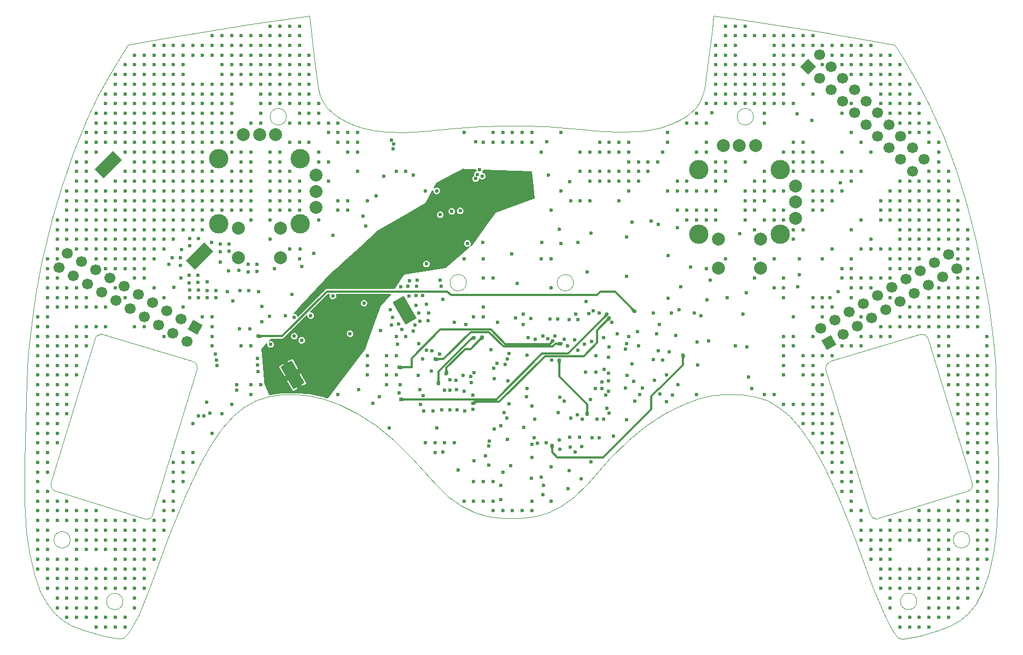
<source format=gbr>
%TF.GenerationSoftware,KiCad,Pcbnew,(6.0.9)*%
%TF.CreationDate,2022-11-22T19:39:31+02:00*%
%TF.ProjectId,PCB,5043422e-6b69-4636-9164-5f7063625858,rev?*%
%TF.SameCoordinates,Original*%
%TF.FileFunction,Copper,L6,Inr*%
%TF.FilePolarity,Positive*%
%FSLAX46Y46*%
G04 Gerber Fmt 4.6, Leading zero omitted, Abs format (unit mm)*
G04 Created by KiCad (PCBNEW (6.0.9)) date 2022-11-22 19:39:31*
%MOMM*%
%LPD*%
G01*
G04 APERTURE LIST*
G04 Aperture macros list*
%AMHorizOval*
0 Thick line with rounded ends*
0 $1 width*
0 $2 $3 position (X,Y) of the first rounded end (center of the circle)*
0 $4 $5 position (X,Y) of the second rounded end (center of the circle)*
0 Add line between two ends*
20,1,$1,$2,$3,$4,$5,0*
0 Add two circle primitives to create the rounded ends*
1,1,$1,$2,$3*
1,1,$1,$4,$5*%
%AMRotRect*
0 Rectangle, with rotation*
0 The origin of the aperture is its center*
0 $1 length*
0 $2 width*
0 $3 Rotation angle, in degrees counterclockwise*
0 Add horizontal line*
21,1,$1,$2,0,0,$3*%
G04 Aperture macros list end*
%TA.AperFunction,Profile*%
%ADD10C,0.100000*%
%TD*%
%TA.AperFunction,ComponentPad*%
%ADD11RotRect,1.700000X1.700000X120.000000*%
%TD*%
%TA.AperFunction,ComponentPad*%
%ADD12HorizOval,1.700000X0.000000X0.000000X0.000000X0.000000X0*%
%TD*%
%TA.AperFunction,ComponentPad*%
%ADD13C,2.000000*%
%TD*%
%TA.AperFunction,ComponentPad*%
%ADD14C,3.000000*%
%TD*%
%TA.AperFunction,ComponentPad*%
%ADD15RotRect,1.700000X1.700000X45.000000*%
%TD*%
%TA.AperFunction,ComponentPad*%
%ADD16HorizOval,1.700000X0.000000X0.000000X0.000000X0.000000X0*%
%TD*%
%TA.AperFunction,ComponentPad*%
%ADD17RotRect,1.700000X1.700000X240.000000*%
%TD*%
%TA.AperFunction,ComponentPad*%
%ADD18HorizOval,1.700000X0.000000X0.000000X0.000000X0.000000X0*%
%TD*%
%TA.AperFunction,ComponentPad*%
%ADD19RotRect,2.000000X4.000000X135.000000*%
%TD*%
%TA.AperFunction,ComponentPad*%
%ADD20RotRect,2.000000X4.000000X30.000000*%
%TD*%
%TA.AperFunction,ViaPad*%
%ADD21C,0.600000*%
%TD*%
%TA.AperFunction,Conductor*%
%ADD22C,0.320000*%
%TD*%
G04 APERTURE END LIST*
D10*
X175615600Y-38887400D02*
X187248800Y-40665400D01*
X199390000Y-42799000D01*
X200710800Y-44831000D01*
X203250800Y-49199800D01*
X204622400Y-51892200D01*
X206857600Y-56769000D01*
X208889600Y-62204600D01*
X210515200Y-67437000D01*
X211988400Y-73025000D01*
X213360000Y-79629000D01*
X213969600Y-83235800D01*
X214731600Y-89433400D01*
X214985600Y-92532200D01*
X215138000Y-99491800D01*
X215442800Y-107365800D01*
X215392000Y-113614200D01*
X215138000Y-118237000D01*
X214680800Y-121386600D01*
X213918800Y-124739400D01*
X213004400Y-127330200D01*
X211937600Y-129311400D01*
X210769200Y-130784600D01*
X209600800Y-131800600D01*
X208127600Y-132664200D01*
X206197200Y-133375400D01*
X203047600Y-134289800D01*
X201523600Y-134594600D01*
X200558400Y-134747000D01*
X200304400Y-134696200D01*
X199948800Y-134543800D01*
X199491600Y-134035800D01*
X198780400Y-132969000D01*
X197815200Y-130987800D01*
X195986400Y-126669800D01*
X192989200Y-118541800D01*
X190398400Y-112141000D01*
X188264800Y-107670600D01*
X186639200Y-104825800D01*
X184810400Y-102133400D01*
X183083200Y-100203000D01*
X181559200Y-98983800D01*
X179679600Y-97866200D01*
X177800000Y-97256600D01*
X175666400Y-96901000D01*
X173126400Y-96901000D01*
X171450000Y-97002600D01*
X169113200Y-97510600D01*
X166522400Y-98475800D01*
X163880800Y-99796600D01*
X161036000Y-101625400D01*
X158242000Y-103962200D01*
X155346400Y-106756200D01*
X151790400Y-110769400D01*
X149758400Y-112750600D01*
X147878800Y-114071400D01*
X145897600Y-115087400D01*
X143713200Y-115747800D01*
X141325600Y-116052600D01*
X138734800Y-116052600D01*
X136398000Y-115747800D01*
X134213600Y-115087400D01*
X132181600Y-114122200D01*
X130302000Y-112750600D01*
X128320800Y-110769400D01*
X124714000Y-106807000D01*
X121818400Y-103911400D01*
X119024400Y-101676200D01*
X116230400Y-99847400D01*
X113538000Y-98475800D01*
X110998000Y-97561400D01*
X108610400Y-97053400D01*
X106934000Y-96901000D01*
X104394000Y-96901000D01*
X102311200Y-97256600D01*
X100431600Y-97866200D01*
X98552000Y-98933000D01*
X97028000Y-100203000D01*
X95250000Y-102133400D01*
X93421200Y-104775000D01*
X91795600Y-107619800D01*
X89712800Y-112141000D01*
X87122000Y-118491000D01*
X84124800Y-126568200D01*
X82346800Y-130987800D01*
X81280000Y-132969000D01*
X80568800Y-133985000D01*
X79959200Y-134543800D01*
X79552800Y-134696200D01*
X78536800Y-134594600D01*
X77063600Y-134289800D01*
X73863200Y-133375400D01*
X71882000Y-132664200D01*
X70459600Y-131800600D01*
X69291200Y-130784600D01*
X68122800Y-129260600D01*
X67056000Y-127330200D01*
X66141600Y-124790200D01*
X65379600Y-121437400D01*
X64922400Y-118237000D01*
X64668400Y-113563400D01*
X64668400Y-107365800D01*
X64973200Y-94665800D01*
X65176400Y-91059000D01*
X65633600Y-86537800D01*
X66344800Y-81457800D01*
X67310000Y-76377800D01*
X68884800Y-69824600D01*
X70307200Y-64998600D01*
X72186800Y-59461400D01*
X74269600Y-54330600D01*
X76098400Y-50520600D01*
X78079600Y-46964600D01*
X80670400Y-42799000D01*
X86360000Y-41783000D01*
X99822000Y-39547800D01*
X108762800Y-38328600D01*
X109575600Y-45745400D01*
X110083600Y-49453800D01*
X110337600Y-50469800D01*
X110794800Y-51485800D01*
X111455200Y-52501800D01*
X112369600Y-53416200D01*
X113334800Y-54076600D01*
X114858800Y-54940200D01*
X116941600Y-55651400D01*
X118973600Y-56057800D01*
X120751600Y-56261000D01*
X123342400Y-56311800D01*
X126390400Y-56159400D01*
X130606800Y-55753000D01*
X135280400Y-55397400D01*
X138836400Y-55295800D01*
X141681200Y-55295800D01*
X145491200Y-55448200D01*
X150418800Y-55854600D01*
X154076400Y-56159400D01*
X157073600Y-56261000D01*
X159715200Y-56210200D01*
X161340800Y-56007000D01*
X163271200Y-55600600D01*
X165303200Y-54838600D01*
X166370000Y-54330600D01*
X167538400Y-53517800D01*
X168605200Y-52501800D01*
X169214800Y-51587400D01*
X169621200Y-50571400D01*
X169976800Y-49453800D01*
X170332400Y-46710600D01*
X171145200Y-40360600D01*
X171297600Y-38328600D01*
X175615600Y-38887400D01*
X79886044Y-128933444D02*
G75*
G03*
X79886044Y-128933444I-1273044J0D01*
G01*
X177523644Y-53927244D02*
G75*
G03*
X177523644Y-53927244I-1273044J0D01*
G01*
X133073644Y-79606644D02*
G75*
G03*
X133073644Y-79606644I-1273044J0D01*
G01*
X202822044Y-128908044D02*
G75*
G03*
X202822044Y-128908044I-1273044J0D01*
G01*
X76758800Y-87553800D02*
X90627200Y-91770200D01*
X91033600Y-91973400D01*
X91236800Y-92227400D01*
X91287600Y-92481400D01*
X91338400Y-92684600D01*
X91338400Y-93040200D01*
X84480400Y-115392200D01*
X84429600Y-115544600D01*
X84277200Y-115798600D01*
X84023200Y-116001800D01*
X83667600Y-116103400D01*
X83261200Y-116103400D01*
X69392800Y-111836200D01*
X69138800Y-111683800D01*
X68986400Y-111531400D01*
X68783200Y-111277400D01*
X68681600Y-111023400D01*
X68681600Y-110566200D01*
X75539600Y-88214200D01*
X75590400Y-88011000D01*
X75742800Y-87858600D01*
X76047600Y-87655400D01*
X76403200Y-87503000D01*
X76758800Y-87553800D01*
X149659844Y-79606644D02*
G75*
G03*
X149659844Y-79606644I-1273044J0D01*
G01*
X203962000Y-87604600D02*
X204114400Y-87655400D01*
X204266800Y-87858600D01*
X204368400Y-88011000D01*
X204520800Y-88214200D01*
X211277200Y-110363000D01*
X211328000Y-110566200D01*
X211378800Y-110871000D01*
X211328000Y-111175800D01*
X211226400Y-111429800D01*
X211023200Y-111633000D01*
X210667600Y-111836200D01*
X196850000Y-116052600D01*
X196697600Y-116103400D01*
X196392800Y-116103400D01*
X195884800Y-115900200D01*
X195681600Y-115646200D01*
X195529200Y-115392200D01*
X188722000Y-93091000D01*
X188671200Y-92735400D01*
X188772800Y-92329000D01*
X188874400Y-92176600D01*
X189179200Y-91871800D01*
X189382400Y-91770200D01*
X203250800Y-87553800D01*
X203708000Y-87553800D01*
X203962000Y-87604600D01*
X211000844Y-119383044D02*
G75*
G03*
X211000844Y-119383044I-1273044J0D01*
G01*
X105209844Y-53927244D02*
G75*
G03*
X105209844Y-53927244I-1273044J0D01*
G01*
X71732644Y-119383044D02*
G75*
G03*
X71732644Y-119383044I-1273044J0D01*
G01*
D11*
%TO.N,/M_out2*%
%TO.C,J2*%
X189239773Y-88900000D03*
D12*
%TO.N,/M_out1*%
X187969773Y-86700295D03*
%TO.N,unconnected-(J2-Pad3)*%
X191439478Y-87630000D03*
%TO.N,unconnected-(J2-Pad4)*%
X190169478Y-85430295D03*
%TO.N,unconnected-(J2-Pad5)*%
X193639182Y-86360000D03*
%TO.N,unconnected-(J2-Pad6)*%
X192369182Y-84160295D03*
%TO.N,unconnected-(J2-Pad7)*%
X195838887Y-85090000D03*
%TO.N,unconnected-(J2-Pad8)*%
X194568887Y-82890295D03*
%TO.N,unconnected-(J2-Pad9)*%
X198038591Y-83820000D03*
%TO.N,unconnected-(J2-Pad10)*%
X196768591Y-81620295D03*
%TO.N,unconnected-(J2-Pad11)*%
X200238296Y-82550000D03*
%TO.N,unconnected-(J2-Pad12)*%
X198968296Y-80350295D03*
%TO.N,unconnected-(J2-Pad13)*%
X202438000Y-81280000D03*
%TO.N,unconnected-(J2-Pad14)*%
X201168000Y-79080295D03*
%TO.N,unconnected-(J2-Pad15)*%
X204637705Y-80010000D03*
%TO.N,unconnected-(J2-Pad16)*%
X203367705Y-77810295D03*
%TO.N,unconnected-(J2-Pad17)*%
X206837409Y-78740000D03*
%TO.N,unconnected-(J2-Pad18)*%
X205567409Y-76540295D03*
%TO.N,unconnected-(J2-Pad19)*%
X209037114Y-77470000D03*
%TO.N,unconnected-(J2-Pad20)*%
X207767114Y-75270295D03*
%TD*%
D13*
%TO.N,Net-(R27-Pad1)*%
%TO.C,U6*%
X103545000Y-56730000D03*
%TO.N,Net-(R29-Pad1)*%
X109775000Y-67960000D03*
%TO.N,JOY_Y_OUT1*%
X101045000Y-56730000D03*
%TO.N,JOY_X_OUT1*%
X109775000Y-65460000D03*
%TO.N,Net-(R28-Pad1)*%
X98545000Y-56730000D03*
%TO.N,Net-(R30-Pad1)*%
X109775000Y-62960000D03*
D14*
%TO.N,N/C*%
X94720000Y-60460000D03*
X107370000Y-60460000D03*
X107370000Y-70460000D03*
X94720000Y-70460000D03*
D13*
%TO.N,+3V3*%
X97795000Y-71210000D03*
X104295000Y-71210000D03*
%TO.N,Net-(R26-Pad1)*%
X97795000Y-75710000D03*
X104295000Y-75710000D03*
%TD*%
D15*
%TO.N,TCK*%
%TO.C,J1*%
X185964744Y-46162867D03*
D16*
%TO.N,unconnected-(J1-Pad2)*%
X187760795Y-44366816D03*
%TO.N,CLK_25MHZ*%
X187760795Y-47958918D03*
%TO.N,unconnected-(J1-Pad4)*%
X189556846Y-46162867D03*
%TO.N,DONE*%
X189556846Y-49754969D03*
%TO.N,unconnected-(J1-Pad6)*%
X191352898Y-47958918D03*
%TO.N,TMS*%
X191352898Y-51551021D03*
%TO.N,unconnected-(J1-Pad8)*%
X193148949Y-49754969D03*
%TO.N,PROG_B*%
X193148949Y-53347072D03*
%TO.N,unconnected-(J1-Pad10)*%
X194945000Y-51551021D03*
%TO.N,unconnected-(J1-Pad11)*%
X194945000Y-55143123D03*
%TO.N,unconnected-(J1-Pad12)*%
X196741051Y-53347072D03*
%TO.N,TDO*%
X196741051Y-56939174D03*
%TO.N,unconnected-(J1-Pad14)*%
X198537103Y-55143123D03*
%TO.N,TDI*%
X198537103Y-58735226D03*
%TO.N,unconnected-(J1-Pad16)*%
X200333154Y-56939174D03*
%TO.N,+3V3*%
X200333154Y-60531277D03*
X202129205Y-58735226D03*
%TO.N,Earth*%
X202129205Y-62327328D03*
X203925256Y-60531277D03*
%TD*%
D13*
%TO.N,Net-(R31-Pad1)*%
%TO.C,U7*%
X177845000Y-58380000D03*
%TO.N,Net-(R34-Pad1)*%
X184075000Y-69610000D03*
%TO.N,JOY_Y_OUT2*%
X175345000Y-58380000D03*
%TO.N,JOY_X_OUT2*%
X184075000Y-67110000D03*
%TO.N,Net-(R33-Pad1)*%
X172845000Y-58380000D03*
%TO.N,Net-(R35-Pad1)*%
X184075000Y-64610000D03*
D14*
%TO.N,N/C*%
X181670000Y-62110000D03*
X169020000Y-62110000D03*
X181670000Y-72110000D03*
X169020000Y-72110000D03*
D13*
%TO.N,+3V3*%
X172095000Y-72860000D03*
X178595000Y-72860000D03*
%TO.N,Net-(R32-Pad1)*%
X172095000Y-77360000D03*
X178595000Y-77360000D03*
%TD*%
D17*
%TO.N,/M_out4*%
%TO.C,J3*%
X91059000Y-86487000D03*
D18*
%TO.N,/M_out3*%
X89789000Y-88686705D03*
%TO.N,unconnected-(J3-Pad3)*%
X88859295Y-85217000D03*
%TO.N,unconnected-(J3-Pad4)*%
X87589295Y-87416705D03*
%TO.N,unconnected-(J3-Pad5)*%
X86659591Y-83947000D03*
%TO.N,unconnected-(J3-Pad6)*%
X85389591Y-86146705D03*
%TO.N,unconnected-(J3-Pad7)*%
X84459886Y-82677000D03*
%TO.N,unconnected-(J3-Pad8)*%
X83189886Y-84876705D03*
%TO.N,unconnected-(J3-Pad9)*%
X82260182Y-81407000D03*
%TO.N,unconnected-(J3-Pad10)*%
X80990182Y-83606705D03*
%TO.N,unconnected-(J3-Pad11)*%
X80060477Y-80137000D03*
%TO.N,unconnected-(J3-Pad12)*%
X78790477Y-82336705D03*
%TO.N,unconnected-(J3-Pad13)*%
X77860773Y-78867000D03*
%TO.N,unconnected-(J3-Pad14)*%
X76590773Y-81066705D03*
%TO.N,unconnected-(J3-Pad15)*%
X75661068Y-77597000D03*
%TO.N,unconnected-(J3-Pad16)*%
X74391068Y-79796705D03*
%TO.N,unconnected-(J3-Pad17)*%
X73461364Y-76327000D03*
%TO.N,unconnected-(J3-Pad18)*%
X72191364Y-78526705D03*
%TO.N,unconnected-(J3-Pad19)*%
X71261659Y-75057000D03*
%TO.N,unconnected-(J3-Pad20)*%
X69991659Y-77256705D03*
%TD*%
D19*
%TO.N,/RAW3*%
%TO.C,BT2*%
X91774812Y-75518812D03*
%TO.N,Earth*%
X77632676Y-61376676D03*
%TD*%
D20*
%TO.N,/RAW6*%
%TO.C,BT1*%
X106160841Y-93872000D03*
%TO.N,/RAW3*%
X123481349Y-83872000D03*
%TD*%
D21*
%TO.N,/RAW3*%
X92964000Y-79502000D03*
X88976200Y-74447400D03*
X88849200Y-78892400D03*
X87020400Y-76758800D03*
X124046521Y-80121500D03*
X125247400Y-81584800D03*
X117195600Y-82778600D03*
X125120400Y-86131400D03*
X122580400Y-85979000D03*
X106019600Y-81407000D03*
X121666000Y-84937600D03*
X125247400Y-83108800D03*
X98018600Y-80848200D03*
X99339400Y-80822800D03*
X96088200Y-81000600D03*
X100914200Y-81000600D03*
X99314000Y-77901800D03*
X100634800Y-77876400D03*
X99288600Y-76758800D03*
X100634800Y-76758800D03*
X97815400Y-77698600D03*
X96266000Y-77749400D03*
X94945200Y-76403200D03*
X103352600Y-77444600D03*
X94970600Y-74777600D03*
X96291400Y-74752200D03*
X94945200Y-73634600D03*
X96291400Y-73634600D03*
X90220800Y-73914000D03*
X93649800Y-73380600D03*
X90195400Y-72771000D03*
X91541600Y-72771000D03*
X87757000Y-80340200D03*
X88823800Y-76885800D03*
X87477600Y-75768200D03*
X88823800Y-75768200D03*
X92964000Y-81940400D03*
X94284800Y-81915000D03*
X92938600Y-80797400D03*
X94284800Y-80797400D03*
X90220800Y-81915000D03*
X91541600Y-81889600D03*
X90195400Y-80772000D03*
X91541600Y-80772000D03*
X91490800Y-79578200D03*
X90170000Y-79603600D03*
X91490800Y-78460600D03*
X90144600Y-78460600D03*
%TO.N,/RAW6*%
X117322600Y-89077800D03*
X104013000Y-88976200D03*
X111099600Y-94640400D03*
X113868200Y-86131400D03*
X113792000Y-83210400D03*
X113538000Y-84302600D03*
X114909600Y-82397600D03*
X123113800Y-86842600D03*
X121462800Y-86182200D03*
X121259600Y-83794600D03*
X127177800Y-85496400D03*
X125730000Y-84251800D03*
X125907800Y-85598000D03*
X127228600Y-84328000D03*
X126873000Y-82956400D03*
X124155200Y-81635600D03*
X126314200Y-81584800D03*
X124256800Y-79273400D03*
X120650000Y-77317600D03*
X120929400Y-79044800D03*
X122301000Y-79171800D03*
X118846600Y-82677000D03*
X116916200Y-77851000D03*
X110505421Y-80833619D03*
X119456200Y-77571600D03*
X117551200Y-87452200D03*
X114122200Y-76911200D03*
X115011200Y-77800200D03*
X116179600Y-77165200D03*
X112471200Y-84912200D03*
X110490000Y-83845400D03*
X110109000Y-84912200D03*
X112268000Y-82651600D03*
X112852200Y-87223600D03*
X109855000Y-86588600D03*
X110236000Y-87731600D03*
X111810800Y-86029800D03*
X112699800Y-89535000D03*
X111353600Y-88722200D03*
X110845600Y-89560400D03*
X112725200Y-88392000D03*
X116027200Y-88290400D03*
X114223800Y-87122000D03*
X114173000Y-88315800D03*
X116052600Y-87147400D03*
X115874800Y-90932000D03*
X114071400Y-89763600D03*
X114020600Y-90957400D03*
X115900200Y-89789000D03*
X105232200Y-91211400D03*
X103936800Y-90170000D03*
X103886000Y-91363800D03*
X105257600Y-90170000D03*
X108356400Y-96367600D03*
X102819200Y-93954600D03*
X103327200Y-93014800D03*
X108686600Y-95097600D03*
X109829600Y-93980000D03*
X107721400Y-92481400D03*
X108534200Y-93853000D03*
X108254800Y-86512400D03*
X111683800Y-96774000D03*
X109880400Y-95605600D03*
X109829600Y-96799400D03*
X111709200Y-95631000D03*
X104902000Y-95148400D03*
X103073200Y-95123000D03*
X104876600Y-96291400D03*
X103022400Y-96316800D03*
%TO.N,Net-(C22-Pad1)*%
X147701000Y-73533000D03*
X147447000Y-71374000D03*
%TO.N,Net-(C44-Pad1)*%
X159588200Y-87172800D03*
X162814000Y-90170000D03*
X151638000Y-82550000D03*
%TO.N,Net-(C48-Pad1)*%
X109474000Y-75057000D03*
%TO.N,Net-(C50-Pad1)*%
X144653000Y-109702600D03*
X167767000Y-77216000D03*
X168402000Y-84328000D03*
%TO.N,Net-(C52-Pad1)*%
X115062000Y-87503000D03*
%TO.N,Net-(C56-Pad1)*%
X162941000Y-86106000D03*
X122428000Y-89154000D03*
X164312600Y-81965800D03*
%TO.N,Net-(C58-Pad1)*%
X148844000Y-111506000D03*
%TO.N,Net-(C60-Pad1)*%
X119761000Y-86995000D03*
X119634000Y-97282000D03*
X150876000Y-109982000D03*
X118618000Y-98298000D03*
%TO.N,Net-(C62-Pad1)*%
X134239000Y-107188000D03*
%TO.N,Net-(C64-Pad1)*%
X105029000Y-84709000D03*
%TO.N,Net-(C66-Pad1)*%
X165989000Y-83794600D03*
X170815000Y-79248000D03*
X136514816Y-104825919D03*
%TO.N,/RAW6*%
X140462000Y-65278000D03*
%TO.N,/RR1*%
X133223000Y-73533000D03*
X130810000Y-68580000D03*
%TO.N,/RR2*%
X150368000Y-73406000D03*
%TO.N,ACCEL_INT2*%
X137795000Y-92075000D03*
%TO.N,ACCEL_INT1*%
X133731000Y-94107000D03*
%TO.N,ACCEL_CS*%
X137922000Y-85725000D03*
X149987000Y-84455000D03*
X135529550Y-88056950D03*
X129971800Y-93649800D03*
%TO.N,Earth*%
X74205800Y-69896200D03*
X171705800Y-62396200D03*
X71205800Y-66896200D03*
X84705800Y-47396200D03*
X72705800Y-125396200D03*
X198705800Y-128396200D03*
X96705800Y-63896200D03*
X171705800Y-50396200D03*
X212205800Y-96896200D03*
X98205800Y-42896200D03*
X144780000Y-73406000D03*
X174705800Y-89396200D03*
X77205800Y-74396200D03*
X86205800Y-54896200D03*
X104205800Y-59396200D03*
X78705800Y-72896200D03*
X98205800Y-44396200D03*
X212205800Y-108896200D03*
X87705800Y-110396200D03*
X96705800Y-62396200D03*
X81705800Y-68396200D03*
X212205800Y-113396200D03*
X81705800Y-54896200D03*
X143256000Y-98679000D03*
X102705800Y-62396200D03*
X204705800Y-66896200D03*
X81705800Y-62396200D03*
X177705800Y-41396200D03*
X158750000Y-70231000D03*
X177705800Y-68396200D03*
X123705800Y-62396200D03*
X173205800Y-51896200D03*
X146205800Y-75896200D03*
X210705800Y-75896200D03*
X86205800Y-51896200D03*
X197205800Y-78896200D03*
X173205800Y-47396200D03*
X167205800Y-63896200D03*
X66705800Y-123896200D03*
X201705800Y-51896200D03*
X87705800Y-50396200D03*
X210705800Y-126896200D03*
X206205800Y-126896200D03*
X206205800Y-74396200D03*
X101205800Y-95396200D03*
X75705800Y-116396200D03*
X204705800Y-132896200D03*
X66705800Y-113396200D03*
X212205800Y-95396200D03*
X163449000Y-59436000D03*
X212205800Y-93896200D03*
X189705800Y-65396200D03*
X107205800Y-41396200D03*
X212205800Y-126896200D03*
X105705800Y-51896200D03*
X86205800Y-59396200D03*
X213705800Y-98396200D03*
X168705800Y-65396200D03*
X66705800Y-108896200D03*
X104205800Y-44396200D03*
X87705800Y-107396200D03*
X105705800Y-50396200D03*
X204705800Y-114896200D03*
X200205800Y-84896200D03*
X198705800Y-116396200D03*
X207705800Y-122396200D03*
X104205800Y-39896200D03*
X108705800Y-50396200D03*
X183705800Y-98396200D03*
X74205800Y-62396200D03*
X86205800Y-42896200D03*
X186705800Y-96896200D03*
X83205800Y-69896200D03*
X96705800Y-51896200D03*
X126873000Y-76708000D03*
X195705800Y-42896200D03*
X83205800Y-47396200D03*
X153289000Y-100711000D03*
X203205800Y-86396200D03*
X135705800Y-57896200D03*
X98205800Y-89396200D03*
X74205800Y-65396200D03*
X66705800Y-95396200D03*
X189705800Y-90896200D03*
X207705800Y-66896200D03*
X212205800Y-78896200D03*
X194205800Y-47396200D03*
X112395000Y-72263000D03*
X92456000Y-100203000D03*
X77205800Y-126896200D03*
X191205800Y-78896200D03*
X201705800Y-71396200D03*
X86205800Y-74396200D03*
X72705800Y-129896200D03*
X189705800Y-74396200D03*
X179205800Y-47396200D03*
X171705800Y-48896200D03*
X93705800Y-42896200D03*
X210705800Y-77396200D03*
X105705800Y-57896200D03*
X78705800Y-50396200D03*
X111705800Y-54896200D03*
X210705800Y-128396200D03*
X96705800Y-42896200D03*
X204705800Y-122396200D03*
X151993481Y-84353338D03*
X182205800Y-81896200D03*
X78705800Y-53396200D03*
X152205800Y-62396200D03*
X99705800Y-95396200D03*
X212205800Y-111896200D03*
X72705800Y-68396200D03*
X74205800Y-120896200D03*
X153705800Y-59396200D03*
X83205800Y-117896200D03*
X68205800Y-101396200D03*
X209205800Y-83396200D03*
X74205800Y-114896200D03*
X89205800Y-68396200D03*
X207705800Y-95396200D03*
X198705800Y-69896200D03*
X74205800Y-68396200D03*
X84705800Y-44396200D03*
X188205800Y-105896200D03*
X77205800Y-65396200D03*
X207705800Y-117896200D03*
X201705800Y-126896200D03*
X213705800Y-117896200D03*
X198705800Y-81896200D03*
X80205800Y-62396200D03*
X105705800Y-65396200D03*
X190627000Y-81026000D03*
X209205800Y-128396200D03*
X206205800Y-125396200D03*
X191205800Y-45896200D03*
X192705800Y-113396200D03*
X212205800Y-125396200D03*
X80205800Y-50396200D03*
X146812000Y-87860100D03*
X153705800Y-57896200D03*
X87705800Y-113396200D03*
X71205800Y-89396200D03*
X66705800Y-92396200D03*
X189705800Y-42896200D03*
X203205800Y-75896200D03*
X84705800Y-45896200D03*
X164465000Y-90297000D03*
X74205800Y-128396200D03*
X188205800Y-101396200D03*
X90705800Y-51896200D03*
X165481000Y-87757000D03*
X194205800Y-78896200D03*
X71205800Y-125396200D03*
X99705800Y-69896200D03*
X212205800Y-104396200D03*
X75705800Y-125396200D03*
X192705800Y-44396200D03*
X212205800Y-101396200D03*
X145542000Y-57785000D03*
X185205800Y-48896200D03*
X207705800Y-114896200D03*
X80205800Y-54896200D03*
X75705800Y-53396200D03*
X212205800Y-116396200D03*
X92205800Y-50396200D03*
X92205800Y-62396200D03*
X206205800Y-86396200D03*
X206205800Y-123896200D03*
X155205800Y-62396200D03*
X182205800Y-48896200D03*
X182205800Y-93896200D03*
X99705800Y-96896200D03*
X207705800Y-65396200D03*
X134205800Y-113396200D03*
X192705800Y-77396200D03*
X198705800Y-122396200D03*
X74205800Y-125396200D03*
X83205800Y-74396200D03*
X83205800Y-44396200D03*
X84705800Y-68396200D03*
X176205800Y-48896200D03*
X183705800Y-87896200D03*
X182205800Y-45896200D03*
X188205800Y-102896200D03*
X213705800Y-120896200D03*
X201705800Y-53396200D03*
X144705800Y-59396200D03*
X80205800Y-77396200D03*
X188205800Y-45896200D03*
X137205800Y-57896200D03*
X145017610Y-110982616D03*
X189705800Y-102896200D03*
X195705800Y-48896200D03*
X98205800Y-68396200D03*
X81705800Y-57896200D03*
X155067000Y-94783500D03*
X78705800Y-66896200D03*
X78705800Y-51896200D03*
X207705800Y-116396200D03*
X81705800Y-86396200D03*
X138705800Y-108896200D03*
X69705800Y-87896200D03*
X135705800Y-113396200D03*
X189705800Y-104396200D03*
X207705800Y-84896200D03*
X179205800Y-69896200D03*
X210705800Y-84896200D03*
X177705800Y-78896200D03*
X105705800Y-44396200D03*
X180705800Y-42896200D03*
X114705800Y-68396200D03*
X68205800Y-123896200D03*
X89205800Y-110396200D03*
X84705800Y-60896200D03*
X122205800Y-93896200D03*
X117705800Y-66896200D03*
X68205800Y-117896200D03*
X69705800Y-123896200D03*
X209205800Y-71396200D03*
X201705800Y-125396200D03*
X150622000Y-103505000D03*
X92205800Y-69896200D03*
X173205800Y-75896200D03*
X155205800Y-57896200D03*
X113205800Y-68396200D03*
X174705800Y-47396200D03*
X93705800Y-41396200D03*
X203205800Y-68396200D03*
X104205800Y-48896200D03*
X77205800Y-56396200D03*
X95205800Y-65396200D03*
X186705800Y-83396200D03*
X194205800Y-42896200D03*
X80205800Y-59396200D03*
X74205800Y-116396200D03*
X81705800Y-69896200D03*
X87705800Y-53396200D03*
X68205800Y-78896200D03*
X74205800Y-89396200D03*
X204705800Y-120896200D03*
X86205800Y-53396200D03*
X96705800Y-47396200D03*
X86205800Y-117896200D03*
X68205800Y-83396200D03*
X198705800Y-74396200D03*
X96705800Y-57896200D03*
X209205800Y-116396200D03*
X194205800Y-80396200D03*
X204705800Y-56396200D03*
X68205800Y-104396200D03*
X210705800Y-125396200D03*
X80205800Y-65396200D03*
X71205800Y-123896200D03*
X167205800Y-65396200D03*
X209205800Y-69896200D03*
X75705800Y-59396200D03*
X186705800Y-102896200D03*
X141705800Y-56396200D03*
X195705800Y-80396200D03*
X198705800Y-65396200D03*
X78705800Y-75896200D03*
X96705800Y-44396200D03*
X90705800Y-53396200D03*
X89205800Y-60896200D03*
X98205800Y-63896200D03*
X69705800Y-113396200D03*
X81705800Y-59396200D03*
X68205800Y-98396200D03*
X198705800Y-53396200D03*
X72705800Y-66896200D03*
X206205800Y-63896200D03*
X207705800Y-123896200D03*
X179205800Y-50396200D03*
X182205800Y-44396200D03*
X98205800Y-65396200D03*
X200205800Y-86396200D03*
X111705800Y-63896200D03*
X183705800Y-51896200D03*
X71205800Y-69896200D03*
X69705800Y-101396200D03*
X186705800Y-59396200D03*
X206205800Y-131396200D03*
X83205800Y-60896200D03*
X143205800Y-113396200D03*
X71205800Y-68396200D03*
X96705800Y-66896200D03*
X203205800Y-66896200D03*
X213705800Y-102896200D03*
X107205800Y-63896200D03*
X77205800Y-125396200D03*
X179205800Y-96896200D03*
X75705800Y-123896200D03*
X201705800Y-77396200D03*
X107205800Y-39896200D03*
X143205800Y-56396200D03*
X68205800Y-102896200D03*
X120705800Y-92396200D03*
X83205800Y-59396200D03*
X89205800Y-107396200D03*
X102705800Y-41396200D03*
X165705800Y-68396200D03*
X198705800Y-120896200D03*
X206205800Y-71396200D03*
X183705800Y-72896200D03*
X148971000Y-108712000D03*
X75705800Y-114896200D03*
X81705800Y-74396200D03*
X203205800Y-63896200D03*
X198705800Y-75896200D03*
X110205800Y-60896200D03*
X69705800Y-116396200D03*
X209205800Y-126896200D03*
X197205800Y-74396200D03*
X96705800Y-98396200D03*
X173205800Y-50396200D03*
X209205800Y-96896200D03*
X120269000Y-63119000D03*
X125476000Y-79248000D03*
X213705800Y-107396200D03*
X123705800Y-87896200D03*
X173205800Y-45896200D03*
X141705800Y-114896200D03*
X210705800Y-74396200D03*
X188205800Y-66896200D03*
X135705800Y-84896200D03*
X207705800Y-83396200D03*
X87705800Y-48896200D03*
X186705800Y-98396200D03*
X135705800Y-83396200D03*
X77205800Y-123896200D03*
X116205800Y-57896200D03*
X132588000Y-93980000D03*
X191205800Y-89396200D03*
X207705800Y-72896200D03*
X66705800Y-89396200D03*
X132705800Y-113396200D03*
X77205800Y-120896200D03*
X143205800Y-57896200D03*
X86205800Y-47396200D03*
X207705800Y-63896200D03*
X206205800Y-66896200D03*
X101205800Y-53396200D03*
X84705800Y-62396200D03*
X81705800Y-51896200D03*
X159705800Y-63896200D03*
X170205800Y-51896200D03*
X185205800Y-71396200D03*
X201705800Y-83396200D03*
X180705800Y-50396200D03*
X125857000Y-96139000D03*
X102705800Y-44396200D03*
X168705800Y-96896200D03*
X90705800Y-56396200D03*
X69705800Y-128396200D03*
X96705800Y-41396200D03*
X107205800Y-45896200D03*
X71205800Y-95396200D03*
X102705800Y-60896200D03*
X72705800Y-93896200D03*
X108705800Y-45896200D03*
X92205800Y-42896200D03*
X87705800Y-114896200D03*
X195705800Y-44396200D03*
X93705800Y-62396200D03*
X86205800Y-60896200D03*
X140081000Y-75184000D03*
X176205800Y-51896200D03*
X203205800Y-117896200D03*
X69705800Y-102896200D03*
X78705800Y-74396200D03*
X92205800Y-65396200D03*
X101205800Y-48896200D03*
X177705800Y-65396200D03*
X80205800Y-57896200D03*
X75705800Y-54896200D03*
X168705800Y-53396200D03*
X93705800Y-84896200D03*
X89205800Y-45896200D03*
X213705800Y-92396200D03*
X81705800Y-72896200D03*
X66705800Y-96896200D03*
X105705800Y-62396200D03*
X192705800Y-108896200D03*
X105705800Y-66896200D03*
X74205800Y-119396200D03*
X201705800Y-50396200D03*
X71205800Y-87896200D03*
X94488000Y-92456000D03*
X203205800Y-51896200D03*
X89205800Y-57896200D03*
X209205800Y-81896200D03*
X66705800Y-116396200D03*
X203205800Y-72896200D03*
X83205800Y-63896200D03*
X80205800Y-122396200D03*
X213705800Y-95396200D03*
X210705800Y-113396200D03*
X84705800Y-65396200D03*
X209205800Y-75896200D03*
X95205800Y-42896200D03*
X107205800Y-66896200D03*
X182205800Y-51896200D03*
X200205800Y-125396200D03*
X210705800Y-95396200D03*
X210705800Y-102896200D03*
X188205800Y-99896200D03*
X87705800Y-54896200D03*
X191205800Y-53396200D03*
X182205800Y-42896200D03*
X71205800Y-114896200D03*
X105705800Y-74396200D03*
X210705800Y-114896200D03*
X192705800Y-89396200D03*
X114705800Y-56396200D03*
X171705800Y-45896200D03*
X209205800Y-78896200D03*
X170205800Y-65396200D03*
X117705800Y-92396200D03*
X212205800Y-114896200D03*
X86205800Y-66896200D03*
X84705800Y-75896200D03*
X192705800Y-63896200D03*
X96705800Y-48896200D03*
X107205800Y-65396200D03*
X72705800Y-72896200D03*
X198705800Y-51896200D03*
X68205800Y-77396200D03*
X152205800Y-66896200D03*
X176205800Y-69896200D03*
X191205800Y-111896200D03*
X75705800Y-74396200D03*
X89205800Y-69896200D03*
X78705800Y-117896200D03*
X159705800Y-60896200D03*
X86205800Y-114896200D03*
X168705800Y-68396200D03*
X128524000Y-102108000D03*
X209205800Y-86396200D03*
X66705800Y-84896200D03*
X198705800Y-45896200D03*
X200205800Y-116396200D03*
X78705800Y-123896200D03*
X84705800Y-51896200D03*
X174705800Y-39896200D03*
X170205800Y-69896200D03*
X180705800Y-68396200D03*
X170205800Y-77396200D03*
X209205800Y-92396200D03*
X191205800Y-77396200D03*
X129705800Y-104396200D03*
X144705800Y-75896200D03*
X207705800Y-80396200D03*
X191205800Y-44396200D03*
X71205800Y-80396200D03*
X188205800Y-65396200D03*
X212205800Y-80396200D03*
X134205800Y-110396200D03*
X192705800Y-75896200D03*
X80205800Y-132896200D03*
X188205800Y-93896200D03*
X213705800Y-113396200D03*
X140205800Y-114896200D03*
X189357000Y-81915000D03*
X80205800Y-126896200D03*
X188205800Y-81896200D03*
X120705800Y-95396200D03*
X68205800Y-89396200D03*
X71205800Y-113396200D03*
X87705800Y-51896200D03*
X171705800Y-51896200D03*
X197205800Y-69896200D03*
X185205800Y-92396200D03*
X95205800Y-63896200D03*
X206205800Y-81896200D03*
X77205800Y-132896200D03*
X78705800Y-116396200D03*
X95205800Y-99896200D03*
X179205800Y-48896200D03*
X203205800Y-125396200D03*
X198705800Y-87896200D03*
X206205800Y-120896200D03*
X89205800Y-56396200D03*
X69705800Y-122396200D03*
X161205800Y-62396200D03*
X77205800Y-119396200D03*
X95205800Y-50396200D03*
X171705800Y-47396200D03*
X184658000Y-78359000D03*
X182205800Y-65396200D03*
X176205800Y-47396200D03*
X84705800Y-66896200D03*
X195705800Y-87896200D03*
X69705800Y-114896200D03*
X87705800Y-72896200D03*
X197205800Y-87896200D03*
X183705800Y-84896200D03*
X86205800Y-48896200D03*
X128205800Y-104396200D03*
X204705800Y-65396200D03*
X156705800Y-62396200D03*
X207705800Y-120896200D03*
X191008000Y-64135000D03*
X129413000Y-82169000D03*
X213705800Y-108896200D03*
X213705800Y-104396200D03*
X206205800Y-62396200D03*
X203205800Y-56396200D03*
X102705800Y-68396200D03*
X210705800Y-90896200D03*
X168705800Y-69896200D03*
X68205800Y-80396200D03*
X77205800Y-83396200D03*
X74205800Y-117896200D03*
X92205800Y-51896200D03*
X86205800Y-50396200D03*
X203205800Y-54896200D03*
X162560000Y-87503000D03*
X164205800Y-65396200D03*
X197205800Y-117896200D03*
X189705800Y-66896200D03*
X192705800Y-51896200D03*
X213705800Y-116396200D03*
X107205800Y-68396200D03*
X201705800Y-63896200D03*
X78705800Y-69896200D03*
X186705800Y-92396200D03*
X77205800Y-69896200D03*
X177705800Y-47396200D03*
X78705800Y-120896200D03*
X173205800Y-48896200D03*
X83205800Y-66896200D03*
X96705800Y-54896200D03*
X83205800Y-56396200D03*
X96705800Y-53396200D03*
X186705800Y-87896200D03*
X90705800Y-63896200D03*
X69705800Y-81896200D03*
X80205800Y-72896200D03*
X96705800Y-65396200D03*
X89205800Y-42896200D03*
X200205800Y-47396200D03*
X182205800Y-68396200D03*
X83205800Y-86396200D03*
X104205800Y-62396200D03*
X206205800Y-90896200D03*
X195705800Y-45896200D03*
X80205800Y-45896200D03*
X71205800Y-71396200D03*
X186705800Y-99896200D03*
X207705800Y-69896200D03*
X183705800Y-41396200D03*
X80205800Y-56396200D03*
X210705800Y-81896200D03*
X200205800Y-50396200D03*
X195705800Y-122396200D03*
X135705800Y-110396200D03*
X89205800Y-71396200D03*
X69705800Y-80396200D03*
X77205800Y-77396200D03*
X92205800Y-54896200D03*
X200205800Y-71396200D03*
X198705800Y-50396200D03*
X177705800Y-66896200D03*
X101205800Y-51896200D03*
X183705800Y-89396200D03*
X83205800Y-125396200D03*
X92205800Y-66896200D03*
X182205800Y-59396200D03*
X71205800Y-72896200D03*
X138430000Y-113157000D03*
X195705800Y-47396200D03*
X197205800Y-50396200D03*
X74205800Y-74396200D03*
X90705800Y-42896200D03*
X66705800Y-114896200D03*
X77205800Y-131396200D03*
X107569000Y-77089000D03*
X104205800Y-60896200D03*
X84705800Y-54896200D03*
X71205800Y-81896200D03*
X81705800Y-122396200D03*
X75705800Y-68396200D03*
X80205800Y-66896200D03*
X194205800Y-116396200D03*
X192705800Y-111896200D03*
X206205800Y-119396200D03*
X159893000Y-96901000D03*
X185205800Y-62396200D03*
X186705800Y-41396200D03*
X207705800Y-128396200D03*
X89205800Y-47396200D03*
X97536000Y-95377000D03*
X86205800Y-113396200D03*
X207705800Y-92396200D03*
X80205800Y-120896200D03*
X101205800Y-45896200D03*
X203205800Y-84896200D03*
X129159000Y-80137000D03*
X210705800Y-92396200D03*
X183705800Y-71396200D03*
X197205800Y-45896200D03*
X68205800Y-95396200D03*
X189705800Y-83396200D03*
X99705800Y-44396200D03*
X71205800Y-90896200D03*
X204705800Y-125396200D03*
X72705800Y-81896200D03*
X105705800Y-42896200D03*
X201705800Y-69896200D03*
X210705800Y-98396200D03*
X182205800Y-80396200D03*
X69705800Y-93896200D03*
X156705800Y-59396200D03*
X197205800Y-68396200D03*
X89205800Y-54896200D03*
X142367000Y-97205900D03*
X74205800Y-59396200D03*
X159705800Y-62396200D03*
X72705800Y-116396200D03*
X198705800Y-48896200D03*
X207705800Y-125396200D03*
X108705800Y-44396200D03*
X200205800Y-45896200D03*
X95205800Y-44396200D03*
X72705800Y-122396200D03*
X183705800Y-62396200D03*
X204705800Y-84896200D03*
X71205800Y-122396200D03*
X212205800Y-123896200D03*
X204705800Y-62396200D03*
X72705800Y-71396200D03*
X198705800Y-123896200D03*
X74205800Y-87896200D03*
X204705800Y-71396200D03*
X213705800Y-87896200D03*
X212205800Y-120896200D03*
X158205800Y-59396200D03*
X74205800Y-63896200D03*
X116205800Y-56396200D03*
X102705800Y-69896200D03*
X201705800Y-86396200D03*
X77205800Y-66896200D03*
X213705800Y-96896200D03*
X191205800Y-107396200D03*
X206205800Y-80396200D03*
X69705800Y-78896200D03*
X201705800Y-131396200D03*
X185205800Y-59396200D03*
X198705800Y-47396200D03*
X89205800Y-83396200D03*
X186705800Y-62396200D03*
X188205800Y-104396200D03*
X113205800Y-56396200D03*
X99705800Y-59396200D03*
X78705800Y-132896200D03*
X209205800Y-84896200D03*
X84705800Y-120896200D03*
X95205800Y-47396200D03*
X186705800Y-90896200D03*
X213705800Y-89396200D03*
X92205800Y-44396200D03*
X72705800Y-90896200D03*
X80205800Y-47396200D03*
X207705800Y-68396200D03*
X139522200Y-94792800D03*
X81705800Y-77396200D03*
X84705800Y-57896200D03*
X180705800Y-44396200D03*
X68205800Y-107396200D03*
X212205800Y-119396200D03*
X204705800Y-74396200D03*
X111705800Y-56396200D03*
X185205800Y-41396200D03*
X204705800Y-123896200D03*
X89205800Y-108896200D03*
X158205800Y-57896200D03*
X201705800Y-84896200D03*
X75705800Y-69896200D03*
X203205800Y-71396200D03*
X173205800Y-41396200D03*
X201705800Y-75896200D03*
X185205800Y-57896200D03*
X206205800Y-59396200D03*
X170205800Y-59396200D03*
X77205800Y-86396200D03*
X101205800Y-44396200D03*
X84705800Y-71396200D03*
X86205800Y-71396200D03*
X107205800Y-44396200D03*
X213705800Y-114896200D03*
X120705800Y-93896200D03*
X131826000Y-108585000D03*
X105705800Y-41396200D03*
X191205800Y-42896200D03*
X93705800Y-50396200D03*
X94361000Y-91567000D03*
X101205800Y-42896200D03*
X74205800Y-123896200D03*
X206205800Y-83396200D03*
X206205800Y-84896200D03*
X183705800Y-57896200D03*
X77205800Y-57896200D03*
X189705800Y-105896200D03*
X105705800Y-48896200D03*
X87705800Y-45896200D03*
X180705800Y-96896200D03*
X168705800Y-54896200D03*
X68205800Y-126896200D03*
X69705800Y-104396200D03*
X102705800Y-50396200D03*
X122205800Y-62396200D03*
X97536000Y-96266000D03*
X104205800Y-45896200D03*
X78705800Y-65396200D03*
X206205800Y-114896200D03*
X210705800Y-96896200D03*
X174705800Y-45896200D03*
X113205800Y-54896200D03*
X197205800Y-120896200D03*
X201705800Y-54896200D03*
X167205800Y-54896200D03*
X93705800Y-53396200D03*
X200205800Y-51896200D03*
X176205800Y-41396200D03*
X128205800Y-105896200D03*
X72705800Y-86396200D03*
X194205800Y-62396200D03*
X185205800Y-93896200D03*
X213705800Y-99896200D03*
X68205800Y-108896200D03*
X200205800Y-53396200D03*
X72705800Y-80396200D03*
X92205800Y-68396200D03*
X188205800Y-42896200D03*
X135636000Y-73406000D03*
X96705800Y-45896200D03*
X80205800Y-123896200D03*
X210705800Y-86396200D03*
X99705800Y-42896200D03*
X93705800Y-102896200D03*
X176205800Y-50396200D03*
X167205800Y-69896200D03*
X176205800Y-65396200D03*
X87705800Y-62396200D03*
X122205800Y-87896200D03*
X180705800Y-65396200D03*
X203205800Y-83396200D03*
X207705800Y-126896200D03*
X74205800Y-60896200D03*
X177705800Y-50396200D03*
X98205800Y-41396200D03*
X171705800Y-65396200D03*
X138705800Y-57896200D03*
X198705800Y-126896200D03*
X99705800Y-54896200D03*
X206205800Y-117896200D03*
X212205800Y-117896200D03*
X204705800Y-83396200D03*
X189705800Y-108896200D03*
X210705800Y-123896200D03*
X213705800Y-90896200D03*
X68205800Y-86396200D03*
X146177000Y-108077000D03*
X75705800Y-75896200D03*
X194205800Y-45896200D03*
X87705800Y-65396200D03*
X77205800Y-53396200D03*
X210705800Y-104396200D03*
X179205800Y-65396200D03*
X77205800Y-72896200D03*
X204705800Y-126896200D03*
X191205800Y-62396200D03*
X197205800Y-48896200D03*
X176205800Y-60896200D03*
X113205800Y-96896200D03*
X107205800Y-42896200D03*
X71205800Y-131396200D03*
X81705800Y-60896200D03*
X69705800Y-126896200D03*
X197205800Y-44396200D03*
X177705800Y-48896200D03*
X102705800Y-63896200D03*
X78705800Y-68396200D03*
X84705800Y-72896200D03*
X77205800Y-75896200D03*
X72705800Y-89396200D03*
X210705800Y-71396200D03*
X84705800Y-56396200D03*
X83205800Y-119396200D03*
X66705800Y-102896200D03*
X165705800Y-63896200D03*
X66705800Y-107396200D03*
X174705800Y-48896200D03*
X179205800Y-54896200D03*
X75705800Y-119396200D03*
X152205800Y-63896200D03*
X207705800Y-90896200D03*
X90705800Y-66896200D03*
X90705800Y-62396200D03*
X104205800Y-63896200D03*
X134244312Y-93560867D03*
X99705800Y-48896200D03*
X105705800Y-63896200D03*
X198705800Y-117896200D03*
X117705800Y-90896200D03*
X75705800Y-132896200D03*
X78705800Y-125396200D03*
X194205800Y-117896200D03*
X66705800Y-122396200D03*
X192705800Y-71396200D03*
X191205800Y-110396200D03*
X186705800Y-93896200D03*
X74205800Y-66896200D03*
X204705800Y-81896200D03*
X171705800Y-69896200D03*
X198705800Y-66896200D03*
X87705800Y-71396200D03*
X207705800Y-81896200D03*
X69705800Y-75896200D03*
X206205800Y-69896200D03*
X197205800Y-126896200D03*
X113205800Y-66896200D03*
X71205800Y-93896200D03*
X179205800Y-62396200D03*
X99705800Y-41396200D03*
X206205800Y-72896200D03*
X171705800Y-42896200D03*
X90705800Y-68396200D03*
X95205800Y-51896200D03*
X66705800Y-117896200D03*
X146205800Y-80396200D03*
X204705800Y-69896200D03*
X177705800Y-63896200D03*
X90705800Y-59396200D03*
X194205800Y-74396200D03*
X69705800Y-72896200D03*
X104205800Y-65396200D03*
X200205800Y-69896200D03*
X182205800Y-69896200D03*
X89205800Y-48896200D03*
X96705800Y-56396200D03*
X83205800Y-122396200D03*
X198705800Y-68396200D03*
X174705800Y-51896200D03*
X71205800Y-98396200D03*
X176205800Y-45896200D03*
X84705800Y-74396200D03*
X210705800Y-122396200D03*
X90705800Y-50396200D03*
X69705800Y-99896200D03*
X147705800Y-65396200D03*
X66705800Y-86396200D03*
X87705800Y-44396200D03*
X80205800Y-117896200D03*
X69705800Y-129896200D03*
X204705800Y-68396200D03*
X198705800Y-44396200D03*
X171705800Y-68396200D03*
X204705800Y-63896200D03*
X159705800Y-89396200D03*
X96705800Y-68396200D03*
X191205800Y-65396200D03*
X170205800Y-68396200D03*
X180705800Y-47396200D03*
X80205800Y-116396200D03*
X191205800Y-108896200D03*
X75705800Y-57896200D03*
X75705800Y-65396200D03*
X80205800Y-74396200D03*
X132705800Y-56396200D03*
X74205800Y-57896200D03*
X81705800Y-129896200D03*
X179205800Y-53396200D03*
X102705800Y-45896200D03*
X83205800Y-65396200D03*
X86205800Y-56396200D03*
X137205800Y-78896200D03*
X86205800Y-65396200D03*
X204705800Y-131396200D03*
X81705800Y-75896200D03*
X207705800Y-131396200D03*
X102705800Y-42896200D03*
X182205800Y-41396200D03*
X153705800Y-63896200D03*
X81705800Y-117896200D03*
X192705800Y-47396200D03*
X86205800Y-57896200D03*
X77205800Y-71396200D03*
X183705800Y-60896200D03*
X90705800Y-101396200D03*
X203205800Y-65396200D03*
X186705800Y-81896200D03*
X201705800Y-132896200D03*
X87705800Y-57896200D03*
X150705800Y-62396200D03*
X92205800Y-63896200D03*
X101205800Y-50396200D03*
X72705800Y-63896200D03*
X68205800Y-116396200D03*
X204705800Y-129896200D03*
X200205800Y-54896200D03*
X204705800Y-86396200D03*
X111705800Y-60896200D03*
X194205800Y-114896200D03*
X74205800Y-71396200D03*
X194205800Y-119396200D03*
X207705800Y-89396200D03*
X204705800Y-117896200D03*
X90705800Y-48896200D03*
X78705800Y-54896200D03*
X89205800Y-66896200D03*
X75705800Y-66896200D03*
X140205800Y-56396200D03*
X101205800Y-47396200D03*
X210705800Y-72896200D03*
X81705800Y-47396200D03*
X90705800Y-105896200D03*
X203205800Y-131396200D03*
X212205800Y-92396200D03*
X200205800Y-63896200D03*
X83205800Y-75896200D03*
X114705800Y-66896200D03*
X75705800Y-129896200D03*
X200205800Y-65396200D03*
X84705800Y-80396200D03*
X108705800Y-48896200D03*
X102616000Y-84836000D03*
X74205800Y-83396200D03*
X78705800Y-56396200D03*
X71205800Y-65396200D03*
X200205800Y-126896200D03*
X213705800Y-122396200D03*
X197205800Y-66896200D03*
X155205800Y-59396200D03*
X71205800Y-96896200D03*
X81705800Y-66896200D03*
X69705800Y-95396200D03*
X68205800Y-105896200D03*
X197205800Y-51896200D03*
X81705800Y-78896200D03*
X210705800Y-83396200D03*
X157842000Y-78651800D03*
X110205800Y-69896200D03*
X99705800Y-68396200D03*
X140205800Y-57896200D03*
X83205800Y-126896200D03*
X84705800Y-48896200D03*
X83205800Y-45896200D03*
X72705800Y-131396200D03*
X194205800Y-57896200D03*
X104205800Y-41396200D03*
X66705800Y-119396200D03*
X150998483Y-100697889D03*
X68205800Y-99896200D03*
X212205800Y-86396200D03*
X155067000Y-96393000D03*
X206205800Y-128396200D03*
X206205800Y-122396200D03*
X84705800Y-53396200D03*
X87705800Y-68396200D03*
X89205800Y-65396200D03*
X107205800Y-51896200D03*
X90705800Y-44396200D03*
X81705800Y-123896200D03*
X195705800Y-120896200D03*
X203205800Y-132896200D03*
X203205800Y-123896200D03*
X143205800Y-114896200D03*
X84705800Y-119396200D03*
X171705800Y-60896200D03*
X80205800Y-81896200D03*
X96705800Y-50396200D03*
X200205800Y-77396200D03*
X156705800Y-66896200D03*
X75705800Y-120896200D03*
X192705800Y-114896200D03*
X203205800Y-74396200D03*
X81705800Y-116396200D03*
X102705800Y-66896200D03*
X201705800Y-56396200D03*
X212205800Y-107396200D03*
X209205800Y-125396200D03*
X197205800Y-122396200D03*
X107205800Y-53396200D03*
X87705800Y-108896200D03*
X71205800Y-128396200D03*
X114705800Y-59396200D03*
X72705800Y-60896200D03*
X206205800Y-116396200D03*
X204705800Y-72896200D03*
X203205800Y-126896200D03*
X204705800Y-128396200D03*
X209205800Y-68396200D03*
X204705800Y-119396200D03*
X191205800Y-104396200D03*
X186705800Y-66896200D03*
X90705800Y-71396200D03*
X78705800Y-71396200D03*
X148971003Y-85343980D03*
X207705800Y-62396200D03*
X197205800Y-125396200D03*
X206205800Y-87896200D03*
X92205800Y-56396200D03*
X210705800Y-93896200D03*
X105705800Y-54896200D03*
X93705800Y-63896200D03*
X90705800Y-57896200D03*
X192705800Y-56396200D03*
X138705800Y-56396200D03*
X90705800Y-54896200D03*
X195705800Y-74396200D03*
X90705800Y-107396200D03*
X213705800Y-93896200D03*
X99705800Y-60896200D03*
X99705800Y-63896200D03*
X102705800Y-65396200D03*
X84705800Y-59396200D03*
X74205800Y-126896200D03*
X207705800Y-86396200D03*
X71205800Y-116396200D03*
X209205800Y-113396200D03*
X192705800Y-42896200D03*
X72705800Y-126896200D03*
X207705800Y-87896200D03*
X105705800Y-39896200D03*
X146205800Y-68396200D03*
X78705800Y-48896200D03*
X72705800Y-69896200D03*
X80205800Y-53396200D03*
X137205800Y-110396200D03*
X180705800Y-80396200D03*
X194205800Y-69896200D03*
X203205800Y-69896200D03*
X68205800Y-96896200D03*
X66705800Y-99896200D03*
X206205800Y-129896200D03*
X176205800Y-39896200D03*
X92205800Y-60896200D03*
X72705800Y-65396200D03*
X186705800Y-60896200D03*
X74205800Y-72896200D03*
X89205800Y-44396200D03*
X80205800Y-125396200D03*
X158205800Y-65396200D03*
X150350128Y-90087628D03*
X92205800Y-48896200D03*
X188205800Y-95396200D03*
X186705800Y-42896200D03*
X212205800Y-83396200D03*
X68205800Y-93896200D03*
X93705800Y-86396200D03*
X183705800Y-42896200D03*
X102705800Y-72896200D03*
X170307000Y-82296000D03*
X198705800Y-125396200D03*
X207705800Y-93896200D03*
X80205800Y-119396200D03*
X173205800Y-62396200D03*
X69705800Y-69896200D03*
X101205800Y-41396200D03*
X209205800Y-98396200D03*
X114705800Y-57896200D03*
X93705800Y-56396200D03*
X92205800Y-57896200D03*
X102705800Y-47396200D03*
X80205800Y-71396200D03*
X98205800Y-59396200D03*
X194205800Y-87896200D03*
X180705800Y-48896200D03*
X75705800Y-63896200D03*
X167205800Y-68396200D03*
X158205800Y-60896200D03*
X189705800Y-62396200D03*
X177705800Y-75896200D03*
X203205800Y-116396200D03*
X72705800Y-119396200D03*
X108705800Y-54896200D03*
X66705800Y-120896200D03*
X75705800Y-131396200D03*
X158205800Y-63896200D03*
X68205800Y-122396200D03*
X81705800Y-44396200D03*
X89205800Y-62396200D03*
X200205800Y-131396200D03*
X75705800Y-56396200D03*
X96705800Y-59396200D03*
X99705800Y-45896200D03*
X86205800Y-62396200D03*
X188205800Y-62396200D03*
X164205800Y-56396200D03*
X72705800Y-74396200D03*
X195705800Y-78896200D03*
X86205800Y-45896200D03*
X81705800Y-45896200D03*
X71205800Y-83396200D03*
X182205800Y-90896200D03*
X134205800Y-84896200D03*
X180705800Y-51896200D03*
X183705800Y-45896200D03*
X107205800Y-54896200D03*
X81705800Y-53396200D03*
X212205800Y-84896200D03*
X66705800Y-93896200D03*
X192705800Y-80396200D03*
X213705800Y-105896200D03*
X198705800Y-86396200D03*
X81705800Y-63896200D03*
X102705800Y-48896200D03*
X68205800Y-114896200D03*
X98205800Y-48896200D03*
X201705800Y-116396200D03*
X83205800Y-50396200D03*
X72705800Y-114896200D03*
X176205800Y-66896200D03*
X77205800Y-117896200D03*
X75705800Y-117896200D03*
X92205800Y-71396200D03*
X210705800Y-99896200D03*
X213705800Y-101396200D03*
X192705800Y-81896200D03*
X95205800Y-53396200D03*
X71205800Y-92396200D03*
X81705800Y-128396200D03*
X99705800Y-65396200D03*
X195705800Y-117896200D03*
X71205800Y-126896200D03*
X86205800Y-87896200D03*
X158205800Y-87896200D03*
X89205800Y-51896200D03*
X69705800Y-74396200D03*
X72705800Y-128396200D03*
X209205800Y-72896200D03*
X68205800Y-119396200D03*
X83205800Y-48896200D03*
X99705800Y-47396200D03*
X207705800Y-119396200D03*
X116205800Y-62396200D03*
X84705800Y-50396200D03*
X78705800Y-63896200D03*
X93705800Y-66896200D03*
X132705800Y-75896200D03*
X99705800Y-66896200D03*
X207705800Y-71396200D03*
X95205800Y-56396200D03*
X186705800Y-65396200D03*
X132105530Y-68493663D03*
X83205800Y-120896200D03*
X207705800Y-129896200D03*
X151765000Y-77978000D03*
X75705800Y-86396200D03*
X173205800Y-44396200D03*
X87705800Y-59396200D03*
X72705800Y-117896200D03*
X83205800Y-68396200D03*
X182205800Y-78896200D03*
X83205800Y-72896200D03*
X201705800Y-119396200D03*
X93705800Y-68396200D03*
X84705800Y-117896200D03*
X177705800Y-45896200D03*
X201705800Y-74396200D03*
X194205800Y-89396200D03*
X78705800Y-47396200D03*
X105705800Y-45896200D03*
X110205800Y-53396200D03*
X68205800Y-90896200D03*
X200205800Y-119396200D03*
X184658000Y-75946000D03*
X126705800Y-104396200D03*
X185205800Y-90896200D03*
X180705800Y-75896200D03*
X96901000Y-82423000D03*
X206205800Y-60896200D03*
X93705800Y-48896200D03*
X173205800Y-39896200D03*
X68205800Y-120896200D03*
X212205800Y-105896200D03*
X157861000Y-72517000D03*
X101205800Y-54896200D03*
X189705800Y-99896200D03*
X158205800Y-62396200D03*
X66705800Y-90896200D03*
X182205800Y-47396200D03*
X77205800Y-51896200D03*
X98205800Y-45896200D03*
X180705800Y-45896200D03*
X204705800Y-54896200D03*
X98205800Y-60896200D03*
X131205800Y-104396200D03*
X149205800Y-66896200D03*
X135705800Y-75896200D03*
X68205800Y-125396200D03*
X68205800Y-111896200D03*
X122936000Y-80264000D03*
X66705800Y-101396200D03*
X86205800Y-63896200D03*
X102705800Y-59396200D03*
X213705800Y-110396200D03*
X69705800Y-89396200D03*
X110205800Y-54896200D03*
X212205800Y-98396200D03*
X177705800Y-71396200D03*
X173482000Y-81915000D03*
X74205800Y-56396200D03*
X171069000Y-53340000D03*
X179205800Y-63896200D03*
X87705800Y-60896200D03*
X80205800Y-131396200D03*
X68205800Y-113396200D03*
X104205800Y-66896200D03*
X203205800Y-114896200D03*
X188205800Y-83396200D03*
X191205800Y-59396200D03*
X138705800Y-114896200D03*
X174705800Y-50396200D03*
X198705800Y-119396200D03*
X200205800Y-123896200D03*
X83205800Y-123896200D03*
X87705800Y-111896200D03*
X72705800Y-92396200D03*
X81705800Y-56396200D03*
X198705800Y-78896200D03*
X200205800Y-75896200D03*
X209205800Y-99896200D03*
X87705800Y-69896200D03*
X95205800Y-45896200D03*
X77205800Y-68396200D03*
X80205800Y-63896200D03*
X66705800Y-105896200D03*
X194205800Y-84896200D03*
X93705800Y-57896200D03*
X209205800Y-74396200D03*
X90705800Y-69896200D03*
X209205800Y-114896200D03*
X182205800Y-92396200D03*
X93705800Y-44396200D03*
X78705800Y-119396200D03*
X116205800Y-59396200D03*
X87705800Y-56396200D03*
X80205800Y-69896200D03*
X75705800Y-83396200D03*
X104205800Y-68396200D03*
X192705800Y-45896200D03*
X156705800Y-57896200D03*
X137205800Y-114896200D03*
X185205800Y-60896200D03*
X210705800Y-80396200D03*
X105705800Y-68396200D03*
X93705800Y-51896200D03*
X107205800Y-48896200D03*
X185205800Y-42896200D03*
X87705800Y-63896200D03*
X179205800Y-41396200D03*
X78705800Y-126896200D03*
X69705800Y-96896200D03*
X146205800Y-113396200D03*
X180705800Y-41396200D03*
X83205800Y-54896200D03*
X107205800Y-50396200D03*
X102705800Y-39896200D03*
X75705800Y-128396200D03*
X110205800Y-51896200D03*
X108705800Y-53396200D03*
X89205800Y-53396200D03*
X195705800Y-72896200D03*
X104205800Y-51896200D03*
X107205800Y-75896200D03*
X206205800Y-57896200D03*
X134493000Y-57785000D03*
X95205800Y-48896200D03*
X129032000Y-79248000D03*
X102705800Y-51896200D03*
X69705800Y-83396200D03*
X201705800Y-48896200D03*
X171705800Y-63896200D03*
X75705800Y-126896200D03*
X201705800Y-117896200D03*
X135705800Y-78896200D03*
X84705800Y-42896200D03*
X92205800Y-53396200D03*
X113205800Y-57896200D03*
X66705800Y-111896200D03*
X107205800Y-47396200D03*
X89205800Y-63896200D03*
X174705800Y-41396200D03*
X209205800Y-95396200D03*
X144936733Y-87855604D03*
X74205800Y-86396200D03*
X104205800Y-42896200D03*
X66705800Y-98396200D03*
X93705800Y-87896200D03*
X203205800Y-53396200D03*
X200205800Y-132896200D03*
X97942400Y-86766400D03*
X84705800Y-122396200D03*
X176205800Y-68396200D03*
X182205800Y-50396200D03*
X98205800Y-47396200D03*
X75705800Y-71396200D03*
X212205800Y-122396200D03*
X66705800Y-87896200D03*
X201705800Y-123896200D03*
X74205800Y-81896200D03*
X155205800Y-63896200D03*
X110205800Y-59396200D03*
X68205800Y-92396200D03*
X201705800Y-72896200D03*
X206205800Y-68396200D03*
X89205800Y-105896200D03*
X189705800Y-107396200D03*
X69705800Y-125396200D03*
X188205800Y-68396200D03*
X212205800Y-90896200D03*
X72705800Y-83396200D03*
X84705800Y-69896200D03*
X74205800Y-131396200D03*
X89205800Y-59396200D03*
X117705800Y-93896200D03*
X68205800Y-75896200D03*
X98205800Y-66896200D03*
X104205800Y-47396200D03*
X200205800Y-66896200D03*
X108705800Y-51896200D03*
X186705800Y-68396200D03*
X81705800Y-125396200D03*
X81705800Y-50396200D03*
X200205800Y-72896200D03*
X170205800Y-54896200D03*
X209205800Y-122396200D03*
X192705800Y-78896200D03*
X210705800Y-116396200D03*
X93705800Y-54896200D03*
X188205800Y-84896200D03*
X86205800Y-116396200D03*
X77205800Y-116396200D03*
X162705800Y-60896200D03*
X83205800Y-62396200D03*
X182205800Y-87896200D03*
X186705800Y-101396200D03*
X209205800Y-80396200D03*
X192705800Y-110396200D03*
X68205800Y-81896200D03*
X188205800Y-60896200D03*
X94234000Y-90678000D03*
X66705800Y-104396200D03*
X154305000Y-88112600D03*
X203205800Y-119396200D03*
X195705800Y-119396200D03*
X98205800Y-62396200D03*
X210705800Y-78896200D03*
X92205800Y-84896200D03*
X152205800Y-59396200D03*
X161205800Y-60896200D03*
X72705800Y-87896200D03*
X157861000Y-89027000D03*
X80205800Y-51896200D03*
X209205800Y-123896200D03*
X174705800Y-44396200D03*
X95205800Y-66896200D03*
X106426000Y-84963000D03*
X77205800Y-50396200D03*
X165705800Y-65396200D03*
X83205800Y-51896200D03*
X99705800Y-89396200D03*
X210705800Y-105896200D03*
X105705800Y-47396200D03*
X200205800Y-117896200D03*
X186705800Y-50396200D03*
X189705800Y-44396200D03*
X204705800Y-116396200D03*
X209205800Y-66896200D03*
X93705800Y-65396200D03*
X164205800Y-57896200D03*
X188205800Y-90896200D03*
X86205800Y-72896200D03*
X212205800Y-110396200D03*
X104205800Y-50396200D03*
X137205800Y-113396200D03*
X68205800Y-84896200D03*
X212205800Y-99896200D03*
X156705800Y-63896200D03*
X173205800Y-42896200D03*
X201705800Y-68396200D03*
X92205800Y-59396200D03*
X173205800Y-60896200D03*
X198705800Y-77396200D03*
X78705800Y-80396200D03*
X80205800Y-75896200D03*
X170205800Y-57896200D03*
X206205800Y-65396200D03*
X86205800Y-68396200D03*
X191205800Y-105896200D03*
X81705800Y-65396200D03*
X83205800Y-57896200D03*
X83205800Y-53396200D03*
X91567000Y-100203000D03*
X83205800Y-78896200D03*
X74205800Y-129896200D03*
X204705800Y-57896200D03*
X183705800Y-59396200D03*
X90705800Y-65396200D03*
X77205800Y-54896200D03*
X197205800Y-123896200D03*
X89205800Y-50396200D03*
X200205800Y-48896200D03*
X87705800Y-66896200D03*
X83205800Y-71396200D03*
X197205800Y-47396200D03*
X179205800Y-45896200D03*
X212205800Y-102896200D03*
X78705800Y-131396200D03*
X95205800Y-57896200D03*
X212205800Y-81896200D03*
X209205800Y-90896200D03*
X137205800Y-56396200D03*
X78705800Y-57896200D03*
X165735000Y-71120000D03*
X90705800Y-60896200D03*
X188205800Y-75896200D03*
X141705800Y-57896200D03*
X150705800Y-59396200D03*
X173205800Y-63896200D03*
X125349000Y-80137000D03*
X209205800Y-93896200D03*
X198705800Y-129896200D03*
X108705800Y-57896200D03*
X153705800Y-62396200D03*
X185205800Y-99896200D03*
X112395000Y-81661000D03*
X197205800Y-86396200D03*
X72705800Y-120896200D03*
X80205800Y-48896200D03*
X78705800Y-122396200D03*
X200205800Y-74396200D03*
X195705800Y-59396200D03*
X210705800Y-101396200D03*
X87705800Y-47396200D03*
X177705800Y-51896200D03*
X168705800Y-59396200D03*
X83205800Y-77396200D03*
X122205800Y-90896200D03*
X69705800Y-98396200D03*
X81705800Y-126896200D03*
X213705800Y-119396200D03*
X188205800Y-96896200D03*
X69705800Y-92396200D03*
X86205800Y-44396200D03*
X166243000Y-80264000D03*
X179205800Y-66896200D03*
X186705800Y-95396200D03*
X188205800Y-98396200D03*
X185205800Y-101396200D03*
X72705800Y-62396200D03*
X192705800Y-62396200D03*
X86205800Y-69896200D03*
X201705800Y-65396200D03*
X72705800Y-123896200D03*
X93705800Y-89396200D03*
X81705800Y-119396200D03*
X95205800Y-54896200D03*
X189705800Y-101396200D03*
X182205800Y-98396200D03*
X87705800Y-42896200D03*
X201705800Y-66896200D03*
X68205800Y-87896200D03*
X84705800Y-63896200D03*
X86205800Y-81896200D03*
X213705800Y-111896200D03*
X209205800Y-129896200D03*
X66705800Y-110396200D03*
X69705800Y-71396200D03*
X200205800Y-68396200D03*
X183705800Y-44396200D03*
X81705800Y-48896200D03*
X171705800Y-44396200D03*
X180705800Y-69896200D03*
X147705800Y-56396200D03*
X71205800Y-129896200D03*
X78705800Y-77396200D03*
X108705800Y-47396200D03*
X197205800Y-119396200D03*
X81705800Y-120896200D03*
X174705800Y-42896200D03*
X206205800Y-89396200D03*
X150705800Y-66896200D03*
X120705800Y-90896200D03*
X71205800Y-99896200D03*
X107205800Y-57896200D03*
X80205800Y-68396200D03*
X194205800Y-44396200D03*
X99705800Y-62396200D03*
X95205800Y-68396200D03*
X152400000Y-107315000D03*
X95205800Y-41396200D03*
X81705800Y-71396200D03*
X75705800Y-72896200D03*
X182205800Y-89396200D03*
X143129000Y-109855000D03*
X179205800Y-51896200D03*
X185205800Y-44396200D03*
X84705800Y-116396200D03*
X185205800Y-98396200D03*
X139446000Y-103886000D03*
X69705800Y-90896200D03*
%TO.N,+3V3*%
X102743000Y-89154000D03*
X139065000Y-92287500D03*
X124841000Y-62992000D03*
X100711000Y-91313000D03*
X136017000Y-106426000D03*
X140970000Y-79756000D03*
X101371400Y-85648800D03*
X152273000Y-97663000D03*
X139701828Y-98389872D03*
X141986000Y-101981000D03*
X153670000Y-84328000D03*
X127635000Y-93243400D03*
X145796000Y-62992000D03*
X129032000Y-69088000D03*
X149936200Y-105791000D03*
X100711000Y-92329000D03*
X158750000Y-92202000D03*
X147243700Y-85217000D03*
X100838000Y-93345000D03*
X143205200Y-104622600D03*
X101371400Y-83312000D03*
X152527000Y-103632000D03*
X151511000Y-93472000D03*
X149098000Y-64008000D03*
X168783000Y-88773000D03*
X139954000Y-107950000D03*
X131191000Y-85725000D03*
X147548600Y-105359200D03*
%TO.N,+2V5*%
X152482305Y-88666814D03*
X161671000Y-70104000D03*
X152739500Y-83947000D03*
X149225000Y-100584000D03*
X154432000Y-92981500D03*
X142494000Y-96012000D03*
%TO.N,/M_out2*%
X184404000Y-80264000D03*
%TO.N,+6V*%
X135522770Y-63124944D03*
X121728559Y-58912046D03*
X135129253Y-62151789D03*
X121425445Y-57571963D03*
X134493000Y-63500000D03*
X134747000Y-62865000D03*
X121793000Y-58166000D03*
%TO.N,SDO*%
X128270000Y-91440000D03*
X147681932Y-89058223D03*
%TO.N,SDI*%
X141859000Y-84455000D03*
X128905000Y-90678000D03*
%TO.N,LED_L1*%
X150901400Y-104978200D03*
X176784000Y-94234000D03*
%TO.N,LED_L2*%
X154305000Y-100711000D03*
X165862000Y-95377000D03*
%TO.N,LED_L3*%
X176530000Y-89535000D03*
X155803600Y-103301800D03*
%TO.N,DPAD_OUT_01*%
X144094200Y-104470200D03*
X143256000Y-106680000D03*
%TO.N,DPAD_OUT_21*%
X99568000Y-86741000D03*
X145415000Y-104317800D03*
%TO.N,DPAD_OUT_41*%
X136525000Y-107823000D03*
X149174200Y-105029000D03*
%TO.N,JOY_BUTT_OUT1*%
X138938000Y-99695000D03*
X106426000Y-87884000D03*
%TO.N,JOY_BUTT_OUT2*%
X136652000Y-104140000D03*
X143560800Y-103606600D03*
%TO.N,DPAD_OUT_02*%
X146329400Y-104775000D03*
X166624000Y-90805000D03*
%TO.N,DPAD_OUT_12*%
X147444909Y-103972221D03*
X121107200Y-102082600D03*
X137414000Y-102235000D03*
X108973556Y-84701444D03*
%TO.N,LED_H1*%
X164084000Y-98044000D03*
X163004147Y-96839647D03*
%TO.N,LED_H2*%
X155194000Y-99822000D03*
X164084000Y-93853000D03*
%TO.N,LED_H3*%
X157861000Y-100773500D03*
X170561000Y-88646000D03*
%TO.N,MEM_D_7*%
X134112000Y-96986500D03*
X154101800Y-94970600D03*
%TO.N,MEM_D_6*%
X153009600Y-95986600D03*
X132764627Y-96409861D03*
%TO.N,MEM_D_5*%
X155067000Y-93599000D03*
X131521200Y-96164400D03*
%TO.N,MEM_D_4*%
X130530600Y-96215200D03*
X158996059Y-94913797D03*
%TO.N,MEM_D_3*%
X129667000Y-96215200D03*
X146050000Y-85217000D03*
%TO.N,MEM_D_2*%
X130535332Y-94584791D03*
X143764000Y-88339100D03*
%TO.N,MEM_D_1*%
X134264400Y-88112600D03*
X142595600Y-88138000D03*
X128727200Y-95224600D03*
%TO.N,MEM_D_0*%
X133807200Y-95021400D03*
X126365000Y-97113500D03*
X148209000Y-88392000D03*
%TO.N,Net-(R16-Pad1)*%
X117475000Y-70866000D03*
%TO.N,Net-(R17-Pad1)*%
X162814000Y-70612000D03*
X164947600Y-97028000D03*
X169418000Y-84709000D03*
X138430000Y-110998000D03*
%TO.N,Net-(R18-Pad1)*%
X117094000Y-69342000D03*
%TO.N,Net-(R19-Pad1)*%
X164338000Y-75438000D03*
%TO.N,DPAD_OUT_22*%
X147320000Y-99695000D03*
%TO.N,MEM_ADDR_15*%
X153167028Y-93426228D03*
X157734000Y-95885000D03*
X127762000Y-90103500D03*
%TO.N,MEM_ADDR_12*%
X124841000Y-87122000D03*
X154686000Y-97028000D03*
%TO.N,MEM_ADDR_7*%
X125730000Y-89027000D03*
X145669000Y-88265000D03*
%TO.N,MEM_ADDR_6*%
X126873000Y-90043000D03*
X149843128Y-88442122D03*
%TO.N,MEM_ADDR_5*%
X126302500Y-91440000D03*
X151384000Y-89157700D03*
X142494000Y-90805000D03*
%TO.N,MEM_ADDR_4*%
X146431000Y-88646000D03*
X122682000Y-92710000D03*
%TO.N,MEM_ADDR_3*%
X148717000Y-89343500D03*
X125603000Y-93980000D03*
%TO.N,MEM_ADDR_2*%
X122809000Y-95377000D03*
X155194000Y-85090000D03*
X134112000Y-98298000D03*
%TO.N,MEM_ADDR_1*%
X122682000Y-96647000D03*
X150368000Y-85344000D03*
%TO.N,MEM_ADDR_0*%
X122936000Y-97663000D03*
X154813000Y-84455000D03*
%TO.N,MEM_ADDR_11*%
X157734000Y-89916000D03*
X137388600Y-94488000D03*
%TO.N,MEM_ADDR_9*%
X137337800Y-92837000D03*
X155196932Y-89534135D03*
%TO.N,MEM_ADDR_8*%
X139446000Y-91440000D03*
X155117800Y-91109800D03*
%TO.N,MEM_ADDR_13*%
X146304000Y-91567000D03*
X157988000Y-93980000D03*
X139700000Y-90592500D03*
%TO.N,MEM_ADDR_14*%
X136880600Y-89992200D03*
X153162000Y-90932000D03*
%TO.N,MEM_WE*%
X154051000Y-96012000D03*
X132969000Y-86106000D03*
%TO.N,DPAD_OUT_32*%
X150241000Y-100076000D03*
X164846000Y-84328000D03*
%TO.N,TCK*%
X155575000Y-85725000D03*
%TO.N,DONE*%
X154813000Y-99060000D03*
X168910000Y-92329000D03*
%TO.N,TMS*%
X141884400Y-86055200D03*
X186563000Y-54483000D03*
%TO.N,PROG_B*%
X143052800Y-85140800D03*
%TO.N,TDO*%
X175895000Y-84455000D03*
X156464000Y-87503000D03*
%TO.N,TDI*%
X184277000Y-53467000D03*
X140716000Y-85090000D03*
%TO.N,Net-(R21-Pad1)*%
X100838000Y-87884000D03*
X159131000Y-84074000D03*
%TO.N,Net-(R23-Pad1)*%
X162052000Y-91490800D03*
X144907000Y-112395000D03*
%TO.N,Net-(R25-Pad1)*%
X162052000Y-84328000D03*
X129413000Y-105791000D03*
%TO.N,JOY_Y_OUT1*%
X139319000Y-100542500D03*
X107569000Y-88519000D03*
%TO.N,BUTT_OUT2*%
X138430000Y-101727000D03*
X119126000Y-66167000D03*
%TO.N,JOY_X_OUT1*%
X107315000Y-74422000D03*
X116417337Y-96180663D03*
X143637000Y-100740502D03*
%TO.N,JOY_Y_OUT2*%
X162179000Y-94742000D03*
X147533570Y-97356928D03*
X175387000Y-72009000D03*
X177292000Y-96012000D03*
X176403000Y-81153000D03*
X160324800Y-95910400D03*
%TO.N,JOY_X_OUT2*%
X163449000Y-91567000D03*
X148234400Y-97891600D03*
X159131000Y-97917000D03*
%TO.N,SCK*%
X149047200Y-103505000D03*
X131495800Y-94691200D03*
%TO.N,BUTT_OUT1*%
X147447000Y-91559944D03*
X151764100Y-99949000D03*
X153670000Y-103632000D03*
X152328944Y-71937944D03*
%TO.N,Net-(R8-Pad1)*%
X134112000Y-99187000D03*
%TO.N,Net-(R8-Pad2)*%
X132842000Y-99441000D03*
%TO.N,Net-(R8-Pad3)*%
X131624456Y-99269826D03*
%TO.N,Net-(R8-Pad4)*%
X130556000Y-99314000D03*
%TO.N,Net-(R8-Pad5)*%
X129286000Y-99314000D03*
%TO.N,Net-(R8-Pad6)*%
X127896464Y-99448464D03*
%TO.N,Net-(R8-Pad7)*%
X126492000Y-99441000D03*
%TO.N,Net-(R8-Pad8)*%
X125984000Y-98425000D03*
%TO.N,/M_out4*%
X93345000Y-99822000D03*
%TO.N,/M_out3*%
X92845338Y-98135500D03*
%TO.N,/P2*%
X128461500Y-65405000D03*
X126746000Y-65405000D03*
%TD*%
D22*
%TO.N,ACCEL_CS*%
X132892800Y-89865200D02*
X129971800Y-92786200D01*
X129971800Y-92786200D02*
X129971800Y-93649800D01*
X133721300Y-89865200D02*
X132892800Y-89865200D01*
X135529550Y-88056950D02*
X133721300Y-89865200D01*
%TO.N,SDO*%
X146403744Y-89493500D02*
X138794900Y-89493500D01*
X138794900Y-89493500D02*
X136575800Y-87274400D01*
X133705600Y-87274400D02*
X129540000Y-91440000D01*
X146839021Y-89058223D02*
X146403744Y-89493500D01*
X136575800Y-87274400D02*
X133705600Y-87274400D01*
X147681932Y-89058223D02*
X146839021Y-89058223D01*
X129540000Y-91440000D02*
X128270000Y-91440000D01*
%TO.N,MEM_ADDR_4*%
X139106100Y-89093500D02*
X145983500Y-89093500D01*
X129032000Y-86868000D02*
X136880600Y-86868000D01*
X124587000Y-91313000D02*
X129032000Y-86868000D01*
X136880600Y-86868000D02*
X139106100Y-89093500D01*
X145983500Y-89093500D02*
X146431000Y-88646000D01*
X124587000Y-92710000D02*
X124587000Y-91313000D01*
X122682000Y-92710000D02*
X124587000Y-92710000D01*
%TO.N,MEM_D_1*%
X128727200Y-93372426D02*
X128727200Y-95224600D01*
X133987026Y-88112600D02*
X128727200Y-93372426D01*
X134264400Y-88112600D02*
X133987026Y-88112600D01*
%TO.N,DPAD_OUT_02*%
X162876500Y-96076500D02*
X166624000Y-92329000D01*
X146329400Y-105816400D02*
X147128000Y-106615000D01*
X166624000Y-92329000D02*
X166624000Y-90805000D01*
X146329400Y-104775000D02*
X146329400Y-105816400D01*
X161671000Y-99187000D02*
X161671000Y-97183550D01*
X154243000Y-106615000D02*
X161671000Y-99187000D01*
X161671000Y-97183550D02*
X162778050Y-96076500D01*
X162778050Y-96076500D02*
X162876500Y-96076500D01*
X147128000Y-106615000D02*
X154243000Y-106615000D01*
%TO.N,MEM_ADDR_2*%
X151238000Y-90951000D02*
X153289000Y-88900000D01*
X145269000Y-90951000D02*
X151238000Y-90951000D01*
X134366000Y-98044000D02*
X138176000Y-98044000D01*
X153289000Y-88900000D02*
X153289000Y-86995000D01*
X138176000Y-98044000D02*
X145269000Y-90951000D01*
X153289000Y-86995000D02*
X155194000Y-85090000D01*
X134112000Y-98298000D02*
X134366000Y-98044000D01*
%TO.N,MEM_ADDR_0*%
X126593318Y-97663000D02*
X126612318Y-97644000D01*
X137687000Y-97644000D02*
X144780000Y-90551000D01*
X126612318Y-97644000D02*
X137687000Y-97644000D01*
X122936000Y-97663000D02*
X126593318Y-97663000D01*
X154813000Y-84582706D02*
X154813000Y-84455000D01*
X148844706Y-90551000D02*
X154813000Y-84582706D01*
X144780000Y-90551000D02*
X148844706Y-90551000D01*
%TO.N,Net-(R21-Pad1)*%
X104521000Y-87884000D02*
X111444000Y-80961000D01*
X130686000Y-81534000D02*
X153289000Y-81534000D01*
X100838000Y-87884000D02*
X104521000Y-87884000D01*
X153797000Y-81026000D02*
X156083000Y-81026000D01*
X111444000Y-80961000D02*
X130113000Y-80961000D01*
X156083000Y-81026000D02*
X159131000Y-84074000D01*
X130113000Y-80961000D02*
X130686000Y-81534000D01*
X153289000Y-81534000D02*
X153797000Y-81026000D01*
%TO.N,BUTT_OUT1*%
X147447000Y-94107000D02*
X147447000Y-91559944D01*
X151764100Y-99949000D02*
X151764100Y-98424100D01*
X151764100Y-98424100D02*
X151003000Y-97663000D01*
X151003000Y-97663000D02*
X147447000Y-94107000D01*
%TD*%
%TA.AperFunction,Conductor*%
%TO.N,ACCEL_CS*%
G36*
X130128631Y-92913227D02*
G01*
X130132055Y-92921239D01*
X130133196Y-92972365D01*
X130137157Y-93027792D01*
X130143340Y-93077033D01*
X130151405Y-93121038D01*
X130161008Y-93160760D01*
X130171808Y-93197151D01*
X130183462Y-93231162D01*
X130183480Y-93231211D01*
X130183481Y-93231213D01*
X130195625Y-93263732D01*
X130195629Y-93263743D01*
X130195630Y-93263746D01*
X130207929Y-93295749D01*
X130207969Y-93295853D01*
X130220086Y-93328300D01*
X130220193Y-93328601D01*
X130231714Y-93362225D01*
X130231862Y-93362688D01*
X130242506Y-93398552D01*
X130242662Y-93399132D01*
X130252117Y-93438241D01*
X130252253Y-93438881D01*
X130260198Y-93482232D01*
X130260299Y-93482883D01*
X130266404Y-93531504D01*
X130266465Y-93532128D01*
X130270382Y-93586945D01*
X130270409Y-93587518D01*
X130271635Y-93642389D01*
X130268394Y-93650736D01*
X130265170Y-93653115D01*
X129977032Y-93797184D01*
X129968100Y-93797819D01*
X129966568Y-93797184D01*
X129678430Y-93653115D01*
X129672562Y-93646350D01*
X129671965Y-93642389D01*
X129673190Y-93587518D01*
X129673217Y-93586945D01*
X129677134Y-93532128D01*
X129677195Y-93531504D01*
X129683300Y-93482883D01*
X129683401Y-93482232D01*
X129691346Y-93438881D01*
X129691482Y-93438241D01*
X129700937Y-93399132D01*
X129701093Y-93398552D01*
X129711737Y-93362688D01*
X129711885Y-93362225D01*
X129723406Y-93328601D01*
X129723513Y-93328300D01*
X129735630Y-93295853D01*
X129735670Y-93295749D01*
X129747969Y-93263746D01*
X129747970Y-93263743D01*
X129747974Y-93263732D01*
X129760118Y-93231213D01*
X129760119Y-93231211D01*
X129760137Y-93231162D01*
X129771791Y-93197151D01*
X129782591Y-93160760D01*
X129792194Y-93121038D01*
X129800259Y-93077033D01*
X129806442Y-93027792D01*
X129810403Y-92972365D01*
X129811545Y-92921239D01*
X129815156Y-92913044D01*
X129823242Y-92909800D01*
X130120358Y-92909800D01*
X130128631Y-92913227D01*
G37*
%TD.AperFunction*%
%TD*%
%TA.AperFunction,Conductor*%
%TO.N,ACCEL_CS*%
G36*
X135324449Y-87847162D02*
G01*
X135578346Y-87931794D01*
X135630066Y-87949034D01*
X135636831Y-87954902D01*
X135637466Y-87956434D01*
X135739338Y-88262050D01*
X135738703Y-88270982D01*
X135736324Y-88274206D01*
X135696661Y-88312137D01*
X135696237Y-88312523D01*
X135663617Y-88340792D01*
X135654705Y-88348515D01*
X135654221Y-88348912D01*
X135615522Y-88378976D01*
X135615007Y-88379353D01*
X135579461Y-88403889D01*
X135578719Y-88404401D01*
X135578172Y-88404757D01*
X135543820Y-88425733D01*
X135543317Y-88426023D01*
X135510422Y-88443861D01*
X135509989Y-88444084D01*
X135478066Y-88459712D01*
X135477778Y-88459848D01*
X135446277Y-88474220D01*
X135446175Y-88474266D01*
X135444165Y-88475160D01*
X135414841Y-88488202D01*
X135383198Y-88502638D01*
X135350907Y-88518447D01*
X135317538Y-88536542D01*
X135282660Y-88557840D01*
X135282539Y-88557924D01*
X135282529Y-88557930D01*
X135245990Y-88583151D01*
X135245841Y-88583254D01*
X135206651Y-88613699D01*
X135164657Y-88650091D01*
X135164571Y-88650173D01*
X135164547Y-88650195D01*
X135127699Y-88685436D01*
X135119351Y-88688678D01*
X135111339Y-88685254D01*
X134901245Y-88475160D01*
X134897818Y-88466887D01*
X134901061Y-88458803D01*
X134936408Y-88421842D01*
X134972800Y-88379848D01*
X135003245Y-88340658D01*
X135022795Y-88312335D01*
X135028569Y-88303970D01*
X135028575Y-88303960D01*
X135028659Y-88303839D01*
X135049957Y-88268961D01*
X135068052Y-88235592D01*
X135083861Y-88203301D01*
X135098297Y-88171658D01*
X135112275Y-88140229D01*
X135126650Y-88108721D01*
X135126787Y-88108433D01*
X135142415Y-88076510D01*
X135142638Y-88076077D01*
X135160471Y-88043191D01*
X135160771Y-88042670D01*
X135181742Y-88008328D01*
X135182098Y-88007780D01*
X135182610Y-88007038D01*
X135207146Y-87971492D01*
X135207523Y-87970977D01*
X135237587Y-87932278D01*
X135237984Y-87931794D01*
X135273967Y-87890273D01*
X135274353Y-87889848D01*
X135312295Y-87850175D01*
X135320490Y-87846565D01*
X135324449Y-87847162D01*
G37*
%TD.AperFunction*%
%TD*%
%TA.AperFunction,Conductor*%
%TO.N,SDO*%
G36*
X147682868Y-88761629D02*
G01*
X147685247Y-88764853D01*
X147829316Y-89052991D01*
X147829951Y-89061923D01*
X147829316Y-89063455D01*
X147685247Y-89351593D01*
X147678482Y-89357461D01*
X147674524Y-89358058D01*
X147642565Y-89357344D01*
X147619650Y-89356832D01*
X147619077Y-89356805D01*
X147572369Y-89353467D01*
X147564258Y-89352888D01*
X147563636Y-89352827D01*
X147515008Y-89346721D01*
X147514372Y-89346622D01*
X147471001Y-89338673D01*
X147470385Y-89338543D01*
X147431258Y-89329083D01*
X147430690Y-89328931D01*
X147415053Y-89324290D01*
X147394820Y-89318285D01*
X147394357Y-89318137D01*
X147360733Y-89306616D01*
X147360432Y-89306509D01*
X147327985Y-89294392D01*
X147327881Y-89294352D01*
X147295878Y-89282053D01*
X147295875Y-89282052D01*
X147263294Y-89269885D01*
X147229283Y-89258231D01*
X147192892Y-89247431D01*
X147192761Y-89247399D01*
X147192745Y-89247395D01*
X147153329Y-89237866D01*
X147153315Y-89237863D01*
X147153170Y-89237828D01*
X147140644Y-89235532D01*
X147109347Y-89229796D01*
X147109334Y-89229794D01*
X147109165Y-89229763D01*
X147109001Y-89229742D01*
X147108992Y-89229741D01*
X147078944Y-89225968D01*
X147059924Y-89223580D01*
X147004497Y-89219619D01*
X146975724Y-89218977D01*
X146953371Y-89218478D01*
X146945176Y-89214868D01*
X146941932Y-89206781D01*
X146941932Y-88909665D01*
X146945359Y-88901392D01*
X146953371Y-88897968D01*
X146982884Y-88897309D01*
X147004497Y-88896826D01*
X147059924Y-88892865D01*
X147078944Y-88890477D01*
X147108992Y-88886704D01*
X147109001Y-88886703D01*
X147109165Y-88886682D01*
X147109334Y-88886651D01*
X147109347Y-88886649D01*
X147140644Y-88880913D01*
X147153170Y-88878617D01*
X147153315Y-88878582D01*
X147153329Y-88878579D01*
X147192745Y-88869050D01*
X147192761Y-88869046D01*
X147192892Y-88869014D01*
X147229283Y-88858214D01*
X147263294Y-88846560D01*
X147295878Y-88834392D01*
X147327985Y-88822053D01*
X147360441Y-88809933D01*
X147360733Y-88809829D01*
X147394357Y-88798308D01*
X147394820Y-88798160D01*
X147415053Y-88792155D01*
X147430690Y-88787514D01*
X147431258Y-88787362D01*
X147470385Y-88777902D01*
X147471001Y-88777772D01*
X147514372Y-88769823D01*
X147515008Y-88769724D01*
X147563638Y-88763618D01*
X147564258Y-88763557D01*
X147572369Y-88762978D01*
X147619077Y-88759640D01*
X147619650Y-88759613D01*
X147646266Y-88759019D01*
X147674522Y-88758388D01*
X147682868Y-88761629D01*
G37*
%TD.AperFunction*%
%TD*%
%TA.AperFunction,Conductor*%
%TO.N,SDO*%
G36*
X128305763Y-91140798D02*
G01*
X128332281Y-91141390D01*
X128332854Y-91141417D01*
X128379562Y-91144755D01*
X128387673Y-91145334D01*
X128388293Y-91145395D01*
X128436923Y-91151501D01*
X128437559Y-91151600D01*
X128480930Y-91159549D01*
X128481546Y-91159679D01*
X128520673Y-91169139D01*
X128521241Y-91169291D01*
X128536878Y-91173932D01*
X128557111Y-91179937D01*
X128557574Y-91180085D01*
X128591198Y-91191606D01*
X128591490Y-91191710D01*
X128623946Y-91203830D01*
X128656053Y-91216169D01*
X128688637Y-91228337D01*
X128722648Y-91239991D01*
X128759039Y-91250791D01*
X128759170Y-91250823D01*
X128759186Y-91250827D01*
X128798602Y-91260356D01*
X128798616Y-91260359D01*
X128798761Y-91260394D01*
X128811287Y-91262690D01*
X128842584Y-91268426D01*
X128842597Y-91268428D01*
X128842766Y-91268459D01*
X128842930Y-91268480D01*
X128842939Y-91268481D01*
X128872987Y-91272254D01*
X128892007Y-91274642D01*
X128947434Y-91278603D01*
X128969167Y-91279088D01*
X128998561Y-91279745D01*
X129006756Y-91283356D01*
X129010000Y-91291442D01*
X129010000Y-91588558D01*
X129006573Y-91596831D01*
X128998561Y-91600255D01*
X128976424Y-91600749D01*
X128947434Y-91601396D01*
X128892007Y-91605357D01*
X128872987Y-91607745D01*
X128842939Y-91611518D01*
X128842930Y-91611519D01*
X128842766Y-91611540D01*
X128842597Y-91611571D01*
X128842584Y-91611573D01*
X128811287Y-91617309D01*
X128798761Y-91619605D01*
X128798616Y-91619640D01*
X128798602Y-91619643D01*
X128759186Y-91629172D01*
X128759170Y-91629176D01*
X128759039Y-91629208D01*
X128722648Y-91640008D01*
X128688637Y-91651662D01*
X128688588Y-91651680D01*
X128688586Y-91651681D01*
X128656053Y-91663830D01*
X128624050Y-91676129D01*
X128623946Y-91676169D01*
X128591499Y-91688286D01*
X128591198Y-91688393D01*
X128557574Y-91699914D01*
X128557111Y-91700062D01*
X128536878Y-91706067D01*
X128521241Y-91710708D01*
X128520673Y-91710860D01*
X128481546Y-91720320D01*
X128480930Y-91720450D01*
X128437559Y-91728399D01*
X128436923Y-91728498D01*
X128388295Y-91734604D01*
X128387673Y-91734665D01*
X128379562Y-91735244D01*
X128332854Y-91738582D01*
X128332281Y-91738609D01*
X128309437Y-91739119D01*
X128277410Y-91739835D01*
X128269064Y-91736594D01*
X128266685Y-91733370D01*
X128122616Y-91445232D01*
X128121981Y-91436300D01*
X128122616Y-91434768D01*
X128266685Y-91146630D01*
X128273450Y-91140762D01*
X128277409Y-91140165D01*
X128305763Y-91140798D01*
G37*
%TD.AperFunction*%
%TD*%
%TA.AperFunction,Conductor*%
%TO.N,MEM_ADDR_4*%
G36*
X146226202Y-88436313D02*
G01*
X146333606Y-88472114D01*
X146526679Y-88536472D01*
X146533444Y-88542340D01*
X146534299Y-88550528D01*
X146433149Y-88937772D01*
X146427744Y-88944909D01*
X146422511Y-88946493D01*
X146398166Y-88947909D01*
X146378647Y-88949043D01*
X146378642Y-88949044D01*
X146378257Y-88949066D01*
X146377878Y-88949139D01*
X146377875Y-88949139D01*
X146333258Y-88957685D01*
X146333253Y-88957686D01*
X146332837Y-88957766D01*
X146293764Y-88971348D01*
X146293378Y-88971551D01*
X146260421Y-88988872D01*
X146260418Y-88988874D01*
X146260062Y-88989061D01*
X146230754Y-89010153D01*
X146204863Y-89033875D01*
X146181413Y-89059473D01*
X146181313Y-89059595D01*
X146159460Y-89086160D01*
X146159400Y-89086234D01*
X146137993Y-89113223D01*
X146137862Y-89113385D01*
X146116137Y-89139795D01*
X146115728Y-89140265D01*
X146092848Y-89165241D01*
X146092125Y-89165965D01*
X146067109Y-89188885D01*
X146066049Y-89189747D01*
X146037962Y-89209960D01*
X146036576Y-89210817D01*
X146016204Y-89221525D01*
X146004366Y-89227746D01*
X146002767Y-89228439D01*
X145965327Y-89241453D01*
X145963687Y-89241893D01*
X145947864Y-89244924D01*
X145919853Y-89250289D01*
X145918338Y-89250477D01*
X145892419Y-89251985D01*
X145878740Y-89252780D01*
X145870282Y-89249839D01*
X145866361Y-89241100D01*
X145866361Y-88944537D01*
X145869788Y-88936264D01*
X145877379Y-88932857D01*
X145915134Y-88930654D01*
X145915139Y-88930653D01*
X145915556Y-88930629D01*
X145955939Y-88922301D01*
X145988559Y-88908946D01*
X145989083Y-88908583D01*
X146013929Y-88891365D01*
X146013932Y-88891363D01*
X146014468Y-88890991D01*
X146034717Y-88868864D01*
X146050358Y-88842994D01*
X146062441Y-88813809D01*
X146072017Y-88781738D01*
X146073957Y-88773489D01*
X146080128Y-88747257D01*
X146080133Y-88747233D01*
X146080139Y-88747208D01*
X146087856Y-88710648D01*
X146096179Y-88672680D01*
X146096273Y-88672285D01*
X146106200Y-88633480D01*
X146106391Y-88632817D01*
X146118951Y-88593528D01*
X146119274Y-88592641D01*
X146135488Y-88553215D01*
X146135983Y-88552163D01*
X146156865Y-88512973D01*
X146157555Y-88511839D01*
X146184139Y-88473233D01*
X146185014Y-88472114D01*
X146213743Y-88439658D01*
X146221793Y-88435735D01*
X146226202Y-88436313D01*
G37*
%TD.AperFunction*%
%TD*%
%TA.AperFunction,Conductor*%
%TO.N,MEM_ADDR_4*%
G36*
X122717763Y-92410798D02*
G01*
X122744281Y-92411390D01*
X122744854Y-92411417D01*
X122791562Y-92414755D01*
X122799673Y-92415334D01*
X122800293Y-92415395D01*
X122848923Y-92421501D01*
X122849559Y-92421600D01*
X122892930Y-92429549D01*
X122893546Y-92429679D01*
X122932673Y-92439139D01*
X122933241Y-92439291D01*
X122948878Y-92443932D01*
X122969111Y-92449937D01*
X122969574Y-92450085D01*
X123003198Y-92461606D01*
X123003490Y-92461710D01*
X123035946Y-92473830D01*
X123068053Y-92486169D01*
X123100637Y-92498337D01*
X123134648Y-92509991D01*
X123171039Y-92520791D01*
X123171170Y-92520823D01*
X123171186Y-92520827D01*
X123210602Y-92530356D01*
X123210616Y-92530359D01*
X123210761Y-92530394D01*
X123223287Y-92532690D01*
X123254584Y-92538426D01*
X123254597Y-92538428D01*
X123254766Y-92538459D01*
X123254930Y-92538480D01*
X123254939Y-92538481D01*
X123284987Y-92542254D01*
X123304007Y-92544642D01*
X123359434Y-92548603D01*
X123381167Y-92549088D01*
X123410561Y-92549745D01*
X123418756Y-92553356D01*
X123422000Y-92561442D01*
X123422000Y-92858558D01*
X123418573Y-92866831D01*
X123410561Y-92870255D01*
X123388424Y-92870749D01*
X123359434Y-92871396D01*
X123304007Y-92875357D01*
X123284987Y-92877745D01*
X123254939Y-92881518D01*
X123254930Y-92881519D01*
X123254766Y-92881540D01*
X123254597Y-92881571D01*
X123254584Y-92881573D01*
X123223287Y-92887309D01*
X123210761Y-92889605D01*
X123210616Y-92889640D01*
X123210602Y-92889643D01*
X123171186Y-92899172D01*
X123171170Y-92899176D01*
X123171039Y-92899208D01*
X123134648Y-92910008D01*
X123100637Y-92921662D01*
X123100588Y-92921680D01*
X123100586Y-92921681D01*
X123068053Y-92933830D01*
X123036050Y-92946129D01*
X123035946Y-92946169D01*
X123003499Y-92958286D01*
X123003198Y-92958393D01*
X122969574Y-92969914D01*
X122969111Y-92970062D01*
X122948878Y-92976067D01*
X122933241Y-92980708D01*
X122932673Y-92980860D01*
X122893546Y-92990320D01*
X122892930Y-92990450D01*
X122849559Y-92998399D01*
X122848923Y-92998498D01*
X122800295Y-93004604D01*
X122799673Y-93004665D01*
X122791562Y-93005244D01*
X122744854Y-93008582D01*
X122744281Y-93008609D01*
X122721437Y-93009119D01*
X122689410Y-93009835D01*
X122681064Y-93006594D01*
X122678685Y-93003370D01*
X122534616Y-92715232D01*
X122533981Y-92706300D01*
X122534616Y-92704768D01*
X122678685Y-92416630D01*
X122685450Y-92410762D01*
X122689409Y-92410165D01*
X122717763Y-92410798D01*
G37*
%TD.AperFunction*%
%TD*%
%TA.AperFunction,Conductor*%
%TO.N,MEM_D_1*%
G36*
X128884031Y-94488027D02*
G01*
X128887455Y-94496039D01*
X128888596Y-94547165D01*
X128892557Y-94602592D01*
X128898740Y-94651833D01*
X128906805Y-94695838D01*
X128916408Y-94735560D01*
X128927208Y-94771951D01*
X128938862Y-94805962D01*
X128938880Y-94806011D01*
X128938881Y-94806013D01*
X128951025Y-94838532D01*
X128951029Y-94838543D01*
X128951030Y-94838546D01*
X128963329Y-94870549D01*
X128963369Y-94870653D01*
X128975486Y-94903100D01*
X128975593Y-94903401D01*
X128987114Y-94937025D01*
X128987262Y-94937488D01*
X128997906Y-94973352D01*
X128998062Y-94973932D01*
X129007517Y-95013041D01*
X129007653Y-95013681D01*
X129015598Y-95057032D01*
X129015699Y-95057683D01*
X129021804Y-95106304D01*
X129021865Y-95106928D01*
X129025782Y-95161745D01*
X129025809Y-95162318D01*
X129027035Y-95217189D01*
X129023794Y-95225536D01*
X129020570Y-95227915D01*
X128732432Y-95371984D01*
X128723500Y-95372619D01*
X128721968Y-95371984D01*
X128433830Y-95227915D01*
X128427962Y-95221150D01*
X128427365Y-95217189D01*
X128428590Y-95162318D01*
X128428617Y-95161745D01*
X128432534Y-95106928D01*
X128432595Y-95106304D01*
X128438700Y-95057683D01*
X128438801Y-95057032D01*
X128446746Y-95013681D01*
X128446882Y-95013041D01*
X128456337Y-94973932D01*
X128456493Y-94973352D01*
X128467137Y-94937488D01*
X128467285Y-94937025D01*
X128478806Y-94903401D01*
X128478913Y-94903100D01*
X128491030Y-94870653D01*
X128491070Y-94870549D01*
X128503369Y-94838546D01*
X128503370Y-94838543D01*
X128503374Y-94838532D01*
X128515518Y-94806013D01*
X128515519Y-94806011D01*
X128515537Y-94805962D01*
X128527191Y-94771951D01*
X128537991Y-94735560D01*
X128547594Y-94695838D01*
X128555659Y-94651833D01*
X128561842Y-94602592D01*
X128565803Y-94547165D01*
X128566945Y-94496039D01*
X128570556Y-94487844D01*
X128578642Y-94484600D01*
X128875758Y-94484600D01*
X128884031Y-94488027D01*
G37*
%TD.AperFunction*%
%TD*%
%TA.AperFunction,Conductor*%
%TO.N,MEM_D_1*%
G36*
X134059884Y-87904646D02*
G01*
X134335499Y-88055845D01*
X134404760Y-88093841D01*
X134410366Y-88100825D01*
X134410035Y-88108345D01*
X134358546Y-88240557D01*
X134333126Y-88305831D01*
X134294707Y-88404481D01*
X134288512Y-88410946D01*
X134284723Y-88411899D01*
X134273281Y-88412799D01*
X134245044Y-88415020D01*
X134244746Y-88415040D01*
X134201959Y-88417308D01*
X134201721Y-88417318D01*
X134162585Y-88418593D01*
X134162435Y-88418597D01*
X134126408Y-88419308D01*
X134126408Y-88419296D01*
X134126379Y-88419308D01*
X134093124Y-88419880D01*
X134093079Y-88419881D01*
X134073486Y-88420427D01*
X134062214Y-88420741D01*
X134033240Y-88422322D01*
X134005765Y-88425051D01*
X134005561Y-88425084D01*
X134005563Y-88425084D01*
X133979587Y-88429321D01*
X133979579Y-88429323D01*
X133979350Y-88429360D01*
X133953559Y-88435676D01*
X133953316Y-88435759D01*
X133953306Y-88435762D01*
X133934242Y-88442281D01*
X133927952Y-88444431D01*
X133919380Y-88448284D01*
X133902330Y-88455946D01*
X133902321Y-88455950D01*
X133902093Y-88456053D01*
X133875543Y-88470973D01*
X133847865Y-88489619D01*
X133818620Y-88512423D01*
X133787372Y-88539813D01*
X133787266Y-88539915D01*
X133761952Y-88564264D01*
X133753614Y-88567530D01*
X133745568Y-88564105D01*
X133535762Y-88354299D01*
X133532335Y-88346026D01*
X133535843Y-88337673D01*
X133568239Y-88305902D01*
X133568393Y-88305754D01*
X133605354Y-88271028D01*
X133605543Y-88270854D01*
X133639248Y-88240637D01*
X133639465Y-88240448D01*
X133670350Y-88214101D01*
X133670571Y-88213917D01*
X133699211Y-88190679D01*
X133699421Y-88190512D01*
X133726376Y-88169645D01*
X133726552Y-88169512D01*
X133752242Y-88150388D01*
X133752323Y-88150328D01*
X133777409Y-88132135D01*
X133802265Y-88114276D01*
X133827372Y-88096068D01*
X133830364Y-88093841D01*
X133853197Y-88076844D01*
X133853252Y-88076802D01*
X133880324Y-88055845D01*
X133880371Y-88055807D01*
X133909122Y-88032479D01*
X133909212Y-88032406D01*
X133940337Y-88005854D01*
X133974220Y-87975477D01*
X133974240Y-87975459D01*
X133974273Y-87975428D01*
X134011315Y-87940625D01*
X134011363Y-87940580D01*
X134046066Y-87906549D01*
X134054371Y-87903205D01*
X134059884Y-87904646D01*
G37*
%TD.AperFunction*%
%TD*%
%TA.AperFunction,Conductor*%
%TO.N,DPAD_OUT_02*%
G36*
X166629232Y-90657616D02*
G01*
X166917370Y-90801685D01*
X166923238Y-90808450D01*
X166923835Y-90812411D01*
X166922609Y-90867281D01*
X166922582Y-90867854D01*
X166918665Y-90922671D01*
X166918604Y-90923295D01*
X166912499Y-90971916D01*
X166912398Y-90972567D01*
X166904453Y-91015918D01*
X166904317Y-91016558D01*
X166894862Y-91055667D01*
X166894706Y-91056247D01*
X166884062Y-91092111D01*
X166883914Y-91092574D01*
X166872393Y-91126198D01*
X166872289Y-91126490D01*
X166860169Y-91158946D01*
X166847830Y-91191053D01*
X166835662Y-91223637D01*
X166824008Y-91257648D01*
X166813208Y-91294039D01*
X166803605Y-91333761D01*
X166795540Y-91377766D01*
X166789357Y-91427007D01*
X166785396Y-91482434D01*
X166785393Y-91482582D01*
X166784255Y-91533561D01*
X166780645Y-91541756D01*
X166772558Y-91545000D01*
X166475442Y-91545000D01*
X166467169Y-91541573D01*
X166463745Y-91533561D01*
X166462606Y-91482582D01*
X166462603Y-91482434D01*
X166458642Y-91427007D01*
X166452459Y-91377766D01*
X166444394Y-91333761D01*
X166434791Y-91294039D01*
X166423991Y-91257648D01*
X166412337Y-91223637D01*
X166400169Y-91191053D01*
X166387830Y-91158946D01*
X166375710Y-91126490D01*
X166375606Y-91126198D01*
X166364085Y-91092574D01*
X166363937Y-91092111D01*
X166353293Y-91056247D01*
X166353137Y-91055667D01*
X166343682Y-91016558D01*
X166343546Y-91015918D01*
X166335601Y-90972567D01*
X166335500Y-90971916D01*
X166329395Y-90923295D01*
X166329334Y-90922671D01*
X166325417Y-90867854D01*
X166325390Y-90867281D01*
X166324165Y-90812411D01*
X166327406Y-90804064D01*
X166330630Y-90801685D01*
X166618768Y-90657616D01*
X166627700Y-90656981D01*
X166629232Y-90657616D01*
G37*
%TD.AperFunction*%
%TD*%
%TA.AperFunction,Conductor*%
%TO.N,DPAD_OUT_02*%
G36*
X146334632Y-104627616D02*
G01*
X146622770Y-104771685D01*
X146628638Y-104778450D01*
X146629235Y-104782411D01*
X146628009Y-104837281D01*
X146627982Y-104837854D01*
X146624065Y-104892671D01*
X146624004Y-104893295D01*
X146617899Y-104941916D01*
X146617798Y-104942567D01*
X146609853Y-104985918D01*
X146609717Y-104986558D01*
X146600262Y-105025667D01*
X146600106Y-105026247D01*
X146589462Y-105062111D01*
X146589314Y-105062574D01*
X146577793Y-105096198D01*
X146577689Y-105096490D01*
X146565569Y-105128946D01*
X146553230Y-105161053D01*
X146541062Y-105193637D01*
X146529408Y-105227648D01*
X146518608Y-105264039D01*
X146509005Y-105303761D01*
X146500940Y-105347766D01*
X146494757Y-105397007D01*
X146490796Y-105452434D01*
X146490793Y-105452582D01*
X146489655Y-105503561D01*
X146486045Y-105511756D01*
X146477958Y-105515000D01*
X146180842Y-105515000D01*
X146172569Y-105511573D01*
X146169145Y-105503561D01*
X146168006Y-105452582D01*
X146168003Y-105452434D01*
X146164042Y-105397007D01*
X146157859Y-105347766D01*
X146149794Y-105303761D01*
X146140191Y-105264039D01*
X146129391Y-105227648D01*
X146117737Y-105193637D01*
X146105569Y-105161053D01*
X146093230Y-105128946D01*
X146081110Y-105096490D01*
X146081006Y-105096198D01*
X146069485Y-105062574D01*
X146069337Y-105062111D01*
X146058693Y-105026247D01*
X146058537Y-105025667D01*
X146049082Y-104986558D01*
X146048946Y-104985918D01*
X146041001Y-104942567D01*
X146040900Y-104941916D01*
X146034795Y-104893295D01*
X146034734Y-104892671D01*
X146030817Y-104837854D01*
X146030790Y-104837281D01*
X146029565Y-104782411D01*
X146032806Y-104774064D01*
X146036030Y-104771685D01*
X146324168Y-104627616D01*
X146333100Y-104626981D01*
X146334632Y-104627616D01*
G37*
%TD.AperFunction*%
%TD*%
%TA.AperFunction,Conductor*%
%TO.N,MEM_ADDR_2*%
G36*
X154988899Y-84880212D02*
G01*
X155242796Y-84964844D01*
X155294516Y-84982084D01*
X155301281Y-84987952D01*
X155301916Y-84989484D01*
X155403788Y-85295100D01*
X155403153Y-85304032D01*
X155400774Y-85307256D01*
X155361111Y-85345187D01*
X155360687Y-85345573D01*
X155328067Y-85373842D01*
X155319155Y-85381565D01*
X155318671Y-85381962D01*
X155279972Y-85412026D01*
X155279457Y-85412403D01*
X155243911Y-85436939D01*
X155243169Y-85437451D01*
X155242622Y-85437807D01*
X155208270Y-85458783D01*
X155207767Y-85459073D01*
X155174872Y-85476911D01*
X155174439Y-85477134D01*
X155142516Y-85492762D01*
X155142228Y-85492898D01*
X155110727Y-85507270D01*
X155110625Y-85507316D01*
X155108615Y-85508210D01*
X155079291Y-85521252D01*
X155047648Y-85535688D01*
X155015357Y-85551497D01*
X154981988Y-85569592D01*
X154947110Y-85590890D01*
X154946989Y-85590974D01*
X154946979Y-85590980D01*
X154910440Y-85616201D01*
X154910291Y-85616304D01*
X154871101Y-85646749D01*
X154829107Y-85683141D01*
X154829021Y-85683223D01*
X154828997Y-85683245D01*
X154792149Y-85718486D01*
X154783801Y-85721728D01*
X154775789Y-85718304D01*
X154565695Y-85508210D01*
X154562268Y-85499937D01*
X154565511Y-85491853D01*
X154600858Y-85454892D01*
X154637250Y-85412898D01*
X154667695Y-85373708D01*
X154687245Y-85345385D01*
X154693019Y-85337020D01*
X154693025Y-85337010D01*
X154693109Y-85336889D01*
X154714407Y-85302011D01*
X154732502Y-85268642D01*
X154748311Y-85236351D01*
X154762747Y-85204708D01*
X154776725Y-85173279D01*
X154791100Y-85141771D01*
X154791237Y-85141483D01*
X154806865Y-85109560D01*
X154807088Y-85109127D01*
X154824921Y-85076241D01*
X154825221Y-85075720D01*
X154846192Y-85041378D01*
X154846548Y-85040830D01*
X154847060Y-85040088D01*
X154871596Y-85004542D01*
X154871973Y-85004027D01*
X154902037Y-84965328D01*
X154902434Y-84964844D01*
X154938417Y-84923323D01*
X154938803Y-84922898D01*
X154976745Y-84883225D01*
X154984940Y-84879615D01*
X154988899Y-84880212D01*
G37*
%TD.AperFunction*%
%TD*%
%TA.AperFunction,Conductor*%
%TO.N,MEM_ADDR_2*%
G36*
X134753362Y-97887927D02*
G01*
X134756789Y-97896200D01*
X134756789Y-98192622D01*
X134753362Y-98200895D01*
X134745415Y-98204317D01*
X134712879Y-98205222D01*
X134712703Y-98205239D01*
X134712695Y-98205239D01*
X134674502Y-98208828D01*
X134674499Y-98208828D01*
X134674280Y-98208849D01*
X134640391Y-98214818D01*
X134610612Y-98223069D01*
X134610300Y-98223193D01*
X134610301Y-98223193D01*
X134584664Y-98233412D01*
X134584660Y-98233414D01*
X134584341Y-98233541D01*
X134560978Y-98246172D01*
X134539923Y-98260902D01*
X134539698Y-98261097D01*
X134520760Y-98277507D01*
X134520751Y-98277515D01*
X134520575Y-98277668D01*
X134520414Y-98277834D01*
X134520406Y-98277841D01*
X134509685Y-98288856D01*
X134502333Y-98296410D01*
X134484596Y-98317066D01*
X134484510Y-98317175D01*
X134484508Y-98317177D01*
X134466764Y-98339577D01*
X134448236Y-98363879D01*
X134428442Y-98389871D01*
X134428341Y-98390001D01*
X134406788Y-98417488D01*
X134406600Y-98417722D01*
X134382586Y-98446785D01*
X134382327Y-98447087D01*
X134355317Y-98477597D01*
X134355002Y-98477940D01*
X134329255Y-98504789D01*
X134321055Y-98508388D01*
X134317110Y-98507791D01*
X134016321Y-98407528D01*
X134009556Y-98401660D01*
X134008701Y-98393471D01*
X134009608Y-98390001D01*
X134109766Y-98006554D01*
X134115171Y-97999417D01*
X134120840Y-97997815D01*
X134150204Y-97997202D01*
X134166273Y-97996866D01*
X134166280Y-97996866D01*
X134166410Y-97996863D01*
X134166521Y-97996856D01*
X134166535Y-97996855D01*
X134214508Y-97993646D01*
X134214514Y-97993645D01*
X134214640Y-97993637D01*
X134257513Y-97988602D01*
X134257659Y-97988577D01*
X134257666Y-97988576D01*
X134295698Y-97982062D01*
X134295708Y-97982060D01*
X134295854Y-97982035D01*
X134330486Y-97974216D01*
X134362234Y-97965421D01*
X134378571Y-97960199D01*
X134391854Y-97955953D01*
X134391878Y-97955945D01*
X134391922Y-97955931D01*
X134391949Y-97955922D01*
X134391975Y-97955913D01*
X134420322Y-97946041D01*
X134420374Y-97946023D01*
X134425452Y-97944204D01*
X134448363Y-97935995D01*
X134448461Y-97935960D01*
X134476741Y-97926112D01*
X134477026Y-97926017D01*
X134481169Y-97924693D01*
X134506368Y-97916638D01*
X134506739Y-97916527D01*
X134538035Y-97907857D01*
X134538551Y-97907727D01*
X134572642Y-97900030D01*
X134573244Y-97899911D01*
X134610971Y-97893449D01*
X134611579Y-97893361D01*
X134617983Y-97892609D01*
X134653853Y-97888397D01*
X134654437Y-97888343D01*
X134689169Y-97886020D01*
X134702127Y-97885153D01*
X134702653Y-97885130D01*
X134732698Y-97884503D01*
X134732940Y-97884500D01*
X134745089Y-97884500D01*
X134753362Y-97887927D01*
G37*
%TD.AperFunction*%
%TD*%
%TA.AperFunction,Conductor*%
%TO.N,MEM_ADDR_0*%
G36*
X122971763Y-97363798D02*
G01*
X122998281Y-97364390D01*
X122998854Y-97364417D01*
X123045562Y-97367755D01*
X123053673Y-97368334D01*
X123054293Y-97368395D01*
X123102923Y-97374501D01*
X123103559Y-97374600D01*
X123146930Y-97382549D01*
X123147546Y-97382679D01*
X123186673Y-97392139D01*
X123187241Y-97392291D01*
X123202878Y-97396932D01*
X123223111Y-97402937D01*
X123223574Y-97403085D01*
X123257198Y-97414606D01*
X123257490Y-97414710D01*
X123289946Y-97426830D01*
X123322053Y-97439169D01*
X123354637Y-97451337D01*
X123388648Y-97462991D01*
X123425039Y-97473791D01*
X123425170Y-97473823D01*
X123425186Y-97473827D01*
X123464602Y-97483356D01*
X123464616Y-97483359D01*
X123464761Y-97483394D01*
X123477287Y-97485690D01*
X123508584Y-97491426D01*
X123508597Y-97491428D01*
X123508766Y-97491459D01*
X123508930Y-97491480D01*
X123508939Y-97491481D01*
X123538987Y-97495254D01*
X123558007Y-97497642D01*
X123613434Y-97501603D01*
X123635167Y-97502088D01*
X123664561Y-97502745D01*
X123672756Y-97506356D01*
X123676000Y-97514442D01*
X123676000Y-97811558D01*
X123672573Y-97819831D01*
X123664561Y-97823255D01*
X123642424Y-97823749D01*
X123613434Y-97824396D01*
X123558007Y-97828357D01*
X123538987Y-97830745D01*
X123508939Y-97834518D01*
X123508930Y-97834519D01*
X123508766Y-97834540D01*
X123508597Y-97834571D01*
X123508584Y-97834573D01*
X123477287Y-97840309D01*
X123464761Y-97842605D01*
X123464616Y-97842640D01*
X123464602Y-97842643D01*
X123425186Y-97852172D01*
X123425170Y-97852176D01*
X123425039Y-97852208D01*
X123388648Y-97863008D01*
X123354637Y-97874662D01*
X123354588Y-97874680D01*
X123354586Y-97874681D01*
X123322053Y-97886830D01*
X123290050Y-97899129D01*
X123289946Y-97899169D01*
X123257499Y-97911286D01*
X123257198Y-97911393D01*
X123223574Y-97922914D01*
X123223111Y-97923062D01*
X123202878Y-97929067D01*
X123187241Y-97933708D01*
X123186673Y-97933860D01*
X123147546Y-97943320D01*
X123146930Y-97943450D01*
X123103559Y-97951399D01*
X123102923Y-97951498D01*
X123054295Y-97957604D01*
X123053673Y-97957665D01*
X123045562Y-97958244D01*
X122998854Y-97961582D01*
X122998281Y-97961609D01*
X122975437Y-97962119D01*
X122943410Y-97962835D01*
X122935064Y-97959594D01*
X122932685Y-97956370D01*
X122788616Y-97668232D01*
X122787981Y-97659300D01*
X122788616Y-97657768D01*
X122932685Y-97369630D01*
X122939450Y-97363762D01*
X122943409Y-97363165D01*
X122971763Y-97363798D01*
G37*
%TD.AperFunction*%
%TD*%
%TA.AperFunction,Conductor*%
%TO.N,MEM_ADDR_0*%
G36*
X154875119Y-84322063D02*
G01*
X154883320Y-84325655D01*
X154885696Y-84329295D01*
X155022128Y-84659853D01*
X155022117Y-84668808D01*
X155019522Y-84672652D01*
X154981214Y-84710350D01*
X154981067Y-84710492D01*
X154941370Y-84748208D01*
X154941206Y-84748361D01*
X154905174Y-84781303D01*
X154904998Y-84781461D01*
X154872006Y-84810423D01*
X154871826Y-84810577D01*
X154841411Y-84836204D01*
X154841241Y-84836344D01*
X154812692Y-84859496D01*
X154812550Y-84859610D01*
X154785410Y-84880929D01*
X154785315Y-84881003D01*
X154758908Y-84901310D01*
X154732742Y-84921282D01*
X154706297Y-84941619D01*
X154679015Y-84963050D01*
X154678970Y-84963086D01*
X154678969Y-84963087D01*
X154650339Y-84986305D01*
X154650243Y-84986386D01*
X154650238Y-84986390D01*
X154619710Y-85012112D01*
X154586572Y-85041202D01*
X154550365Y-85074304D01*
X154510571Y-85112112D01*
X154510500Y-85112180D01*
X154474792Y-85147321D01*
X154466491Y-85150682D01*
X154458312Y-85147255D01*
X154248349Y-84937292D01*
X154244922Y-84929019D01*
X154248180Y-84920919D01*
X154267025Y-84901285D01*
X154279598Y-84888187D01*
X154279609Y-84888175D01*
X154279679Y-84888102D01*
X154285880Y-84881003D01*
X154312742Y-84850252D01*
X154312754Y-84850237D01*
X154312826Y-84850155D01*
X154340408Y-84814842D01*
X154340496Y-84814713D01*
X154340506Y-84814700D01*
X154363040Y-84781820D01*
X154363149Y-84781661D01*
X154381773Y-84750108D01*
X154397002Y-84719681D01*
X154409560Y-84689877D01*
X154420171Y-84660193D01*
X154429559Y-84630126D01*
X154438446Y-84599172D01*
X154447540Y-84566891D01*
X154447577Y-84566765D01*
X154457578Y-84532728D01*
X154457660Y-84532458D01*
X154469285Y-84496152D01*
X154469410Y-84495784D01*
X154483394Y-84456643D01*
X154483545Y-84456245D01*
X154500623Y-84413724D01*
X154500789Y-84413333D01*
X154521688Y-84366909D01*
X154521894Y-84366475D01*
X154542326Y-84325655D01*
X154544126Y-84322059D01*
X154550893Y-84316196D01*
X154554823Y-84315599D01*
X154875119Y-84322063D01*
G37*
%TD.AperFunction*%
%TD*%
%TA.AperFunction,Conductor*%
%TO.N,Net-(R21-Pad1)*%
G36*
X100873763Y-87584798D02*
G01*
X100900281Y-87585390D01*
X100900854Y-87585417D01*
X100947562Y-87588755D01*
X100955673Y-87589334D01*
X100956293Y-87589395D01*
X101004923Y-87595501D01*
X101005559Y-87595600D01*
X101048930Y-87603549D01*
X101049546Y-87603679D01*
X101088673Y-87613139D01*
X101089241Y-87613291D01*
X101104878Y-87617932D01*
X101125111Y-87623937D01*
X101125574Y-87624085D01*
X101159198Y-87635606D01*
X101159490Y-87635710D01*
X101191946Y-87647830D01*
X101224053Y-87660169D01*
X101256637Y-87672337D01*
X101290648Y-87683991D01*
X101327039Y-87694791D01*
X101327170Y-87694823D01*
X101327186Y-87694827D01*
X101366602Y-87704356D01*
X101366616Y-87704359D01*
X101366761Y-87704394D01*
X101379287Y-87706690D01*
X101410584Y-87712426D01*
X101410597Y-87712428D01*
X101410766Y-87712459D01*
X101410930Y-87712480D01*
X101410939Y-87712481D01*
X101440987Y-87716254D01*
X101460007Y-87718642D01*
X101515434Y-87722603D01*
X101537167Y-87723088D01*
X101566561Y-87723745D01*
X101574756Y-87727356D01*
X101578000Y-87735442D01*
X101578000Y-88032558D01*
X101574573Y-88040831D01*
X101566561Y-88044255D01*
X101544424Y-88044749D01*
X101515434Y-88045396D01*
X101460007Y-88049357D01*
X101440987Y-88051745D01*
X101410939Y-88055518D01*
X101410930Y-88055519D01*
X101410766Y-88055540D01*
X101410597Y-88055571D01*
X101410584Y-88055573D01*
X101379287Y-88061309D01*
X101366761Y-88063605D01*
X101366616Y-88063640D01*
X101366602Y-88063643D01*
X101327186Y-88073172D01*
X101327170Y-88073176D01*
X101327039Y-88073208D01*
X101290648Y-88084008D01*
X101256637Y-88095662D01*
X101256588Y-88095680D01*
X101256586Y-88095681D01*
X101224053Y-88107830D01*
X101192050Y-88120129D01*
X101191946Y-88120169D01*
X101159499Y-88132286D01*
X101159198Y-88132393D01*
X101125574Y-88143914D01*
X101125111Y-88144062D01*
X101104878Y-88150067D01*
X101089241Y-88154708D01*
X101088673Y-88154860D01*
X101049546Y-88164320D01*
X101048930Y-88164450D01*
X101005559Y-88172399D01*
X101004923Y-88172498D01*
X100956295Y-88178604D01*
X100955673Y-88178665D01*
X100947562Y-88179244D01*
X100900854Y-88182582D01*
X100900281Y-88182609D01*
X100877437Y-88183119D01*
X100845410Y-88183835D01*
X100837064Y-88180594D01*
X100834685Y-88177370D01*
X100690616Y-87889232D01*
X100689981Y-87880300D01*
X100690616Y-87878768D01*
X100834685Y-87590630D01*
X100841450Y-87584762D01*
X100845409Y-87584165D01*
X100873763Y-87584798D01*
G37*
%TD.AperFunction*%
%TD*%
%TA.AperFunction,Conductor*%
%TO.N,Net-(R21-Pad1)*%
G36*
X158729149Y-83445513D02*
G01*
X158766107Y-83480858D01*
X158808101Y-83517250D01*
X158847291Y-83547695D01*
X158847436Y-83547795D01*
X158847440Y-83547798D01*
X158883979Y-83573019D01*
X158883989Y-83573025D01*
X158884110Y-83573109D01*
X158918988Y-83594407D01*
X158952357Y-83612502D01*
X158984648Y-83628311D01*
X159016291Y-83642747D01*
X159045616Y-83655789D01*
X159047619Y-83656680D01*
X159047720Y-83656725D01*
X159079228Y-83671100D01*
X159079516Y-83671237D01*
X159111439Y-83686865D01*
X159111864Y-83687084D01*
X159144767Y-83704926D01*
X159145270Y-83705216D01*
X159151811Y-83709210D01*
X159179621Y-83726192D01*
X159180169Y-83726548D01*
X159216457Y-83751596D01*
X159216972Y-83751973D01*
X159255671Y-83782037D01*
X159256148Y-83782428D01*
X159265221Y-83790291D01*
X159297676Y-83818417D01*
X159298101Y-83818803D01*
X159337775Y-83856745D01*
X159341385Y-83864940D01*
X159340788Y-83868899D01*
X159289679Y-84022228D01*
X159238916Y-84174516D01*
X159233048Y-84181281D01*
X159231516Y-84181916D01*
X158925900Y-84283788D01*
X158916969Y-84283153D01*
X158913745Y-84280775D01*
X158875803Y-84241101D01*
X158875417Y-84240676D01*
X158839434Y-84199155D01*
X158839037Y-84198671D01*
X158808973Y-84159972D01*
X158808596Y-84159457D01*
X158783548Y-84123169D01*
X158783192Y-84122621D01*
X158762221Y-84088279D01*
X158761921Y-84087758D01*
X158744088Y-84054872D01*
X158743865Y-84054439D01*
X158728237Y-84022516D01*
X158728100Y-84022228D01*
X158713725Y-83990720D01*
X158713680Y-83990619D01*
X158699747Y-83959291D01*
X158685335Y-83927701D01*
X158685311Y-83927648D01*
X158669502Y-83895357D01*
X158651407Y-83861988D01*
X158630109Y-83827110D01*
X158624376Y-83818803D01*
X158604798Y-83790440D01*
X158604795Y-83790436D01*
X158604695Y-83790291D01*
X158574250Y-83751101D01*
X158537858Y-83709107D01*
X158533993Y-83705065D01*
X158502513Y-83672149D01*
X158499272Y-83663801D01*
X158502696Y-83655789D01*
X158712789Y-83445696D01*
X158721062Y-83442269D01*
X158729149Y-83445513D01*
G37*
%TD.AperFunction*%
%TD*%
%TA.AperFunction,Conductor*%
%TO.N,BUTT_OUT1*%
G36*
X147452232Y-91412560D02*
G01*
X147740370Y-91556629D01*
X147746238Y-91563394D01*
X147746835Y-91567355D01*
X147745609Y-91622225D01*
X147745582Y-91622798D01*
X147741665Y-91677615D01*
X147741604Y-91678239D01*
X147735499Y-91726860D01*
X147735398Y-91727511D01*
X147727453Y-91770862D01*
X147727317Y-91771502D01*
X147717862Y-91810611D01*
X147717706Y-91811191D01*
X147707062Y-91847055D01*
X147706914Y-91847518D01*
X147695393Y-91881142D01*
X147695289Y-91881434D01*
X147683169Y-91913890D01*
X147670830Y-91945997D01*
X147658662Y-91978581D01*
X147647008Y-92012592D01*
X147636208Y-92048983D01*
X147626605Y-92088705D01*
X147618540Y-92132710D01*
X147612357Y-92181951D01*
X147608396Y-92237378D01*
X147608393Y-92237526D01*
X147607255Y-92288505D01*
X147603645Y-92296700D01*
X147595558Y-92299944D01*
X147298442Y-92299944D01*
X147290169Y-92296517D01*
X147286745Y-92288505D01*
X147285606Y-92237526D01*
X147285603Y-92237378D01*
X147281642Y-92181951D01*
X147275459Y-92132710D01*
X147267394Y-92088705D01*
X147257791Y-92048983D01*
X147246991Y-92012592D01*
X147235337Y-91978581D01*
X147223169Y-91945997D01*
X147210830Y-91913890D01*
X147198710Y-91881434D01*
X147198606Y-91881142D01*
X147187085Y-91847518D01*
X147186937Y-91847055D01*
X147176293Y-91811191D01*
X147176137Y-91810611D01*
X147166682Y-91771502D01*
X147166546Y-91770862D01*
X147158601Y-91727511D01*
X147158500Y-91726860D01*
X147152395Y-91678239D01*
X147152334Y-91677615D01*
X147148417Y-91622798D01*
X147148390Y-91622225D01*
X147147165Y-91567355D01*
X147150406Y-91559008D01*
X147153630Y-91556629D01*
X147441768Y-91412560D01*
X147450700Y-91411925D01*
X147452232Y-91412560D01*
G37*
%TD.AperFunction*%
%TD*%
%TA.AperFunction,Conductor*%
%TO.N,BUTT_OUT1*%
G36*
X151920931Y-99212427D02*
G01*
X151924355Y-99220439D01*
X151925496Y-99271565D01*
X151929457Y-99326992D01*
X151935640Y-99376233D01*
X151943705Y-99420238D01*
X151953308Y-99459960D01*
X151964108Y-99496351D01*
X151975762Y-99530362D01*
X151975780Y-99530411D01*
X151975781Y-99530413D01*
X151987925Y-99562932D01*
X151987929Y-99562943D01*
X151987930Y-99562946D01*
X152000229Y-99594949D01*
X152000269Y-99595053D01*
X152012386Y-99627500D01*
X152012493Y-99627801D01*
X152024014Y-99661425D01*
X152024162Y-99661888D01*
X152034806Y-99697752D01*
X152034962Y-99698332D01*
X152044417Y-99737441D01*
X152044553Y-99738081D01*
X152052498Y-99781432D01*
X152052599Y-99782083D01*
X152058704Y-99830704D01*
X152058765Y-99831328D01*
X152062682Y-99886145D01*
X152062709Y-99886718D01*
X152063935Y-99941589D01*
X152060694Y-99949936D01*
X152057470Y-99952315D01*
X151769332Y-100096384D01*
X151760400Y-100097019D01*
X151758868Y-100096384D01*
X151470730Y-99952315D01*
X151464862Y-99945550D01*
X151464265Y-99941589D01*
X151465490Y-99886718D01*
X151465517Y-99886145D01*
X151469434Y-99831328D01*
X151469495Y-99830704D01*
X151475600Y-99782083D01*
X151475701Y-99781432D01*
X151483646Y-99738081D01*
X151483782Y-99737441D01*
X151493237Y-99698332D01*
X151493393Y-99697752D01*
X151504037Y-99661888D01*
X151504185Y-99661425D01*
X151515706Y-99627801D01*
X151515813Y-99627500D01*
X151527930Y-99595053D01*
X151527970Y-99594949D01*
X151540269Y-99562946D01*
X151540270Y-99562943D01*
X151540274Y-99562932D01*
X151552418Y-99530413D01*
X151552419Y-99530411D01*
X151552437Y-99530362D01*
X151564091Y-99496351D01*
X151574891Y-99459960D01*
X151584494Y-99420238D01*
X151592559Y-99376233D01*
X151598742Y-99326992D01*
X151602703Y-99271565D01*
X151603845Y-99220439D01*
X151607456Y-99212244D01*
X151615542Y-99209000D01*
X151912658Y-99209000D01*
X151920931Y-99212427D01*
G37*
%TD.AperFunction*%
%TD*%
%TA.AperFunction,Conductor*%
%TO.N,/RAW6*%
G36*
X111903776Y-81340407D02*
G01*
X111939740Y-81389907D01*
X111939740Y-81451093D01*
X111935203Y-81462566D01*
X111911447Y-81513163D01*
X111910362Y-81520132D01*
X111910361Y-81520135D01*
X111901255Y-81578623D01*
X111889391Y-81654823D01*
X111890306Y-81661820D01*
X111890306Y-81661821D01*
X111891814Y-81673354D01*
X111907980Y-81796979D01*
X111910821Y-81803435D01*
X111910821Y-81803436D01*
X111951816Y-81896603D01*
X111965720Y-81928203D01*
X112004086Y-81973845D01*
X112053431Y-82032549D01*
X112053434Y-82032551D01*
X112057970Y-82037948D01*
X112063841Y-82041856D01*
X112063842Y-82041857D01*
X112076143Y-82050045D01*
X112177313Y-82117390D01*
X112277920Y-82148821D01*
X112307425Y-82158039D01*
X112307426Y-82158039D01*
X112314157Y-82160142D01*
X112385828Y-82161456D01*
X112450445Y-82162641D01*
X112450447Y-82162641D01*
X112457499Y-82162770D01*
X112464302Y-82160915D01*
X112464304Y-82160915D01*
X112539503Y-82140413D01*
X112595817Y-82125060D01*
X112717991Y-82050045D01*
X112725403Y-82041857D01*
X112809468Y-81948982D01*
X112814200Y-81943754D01*
X112876710Y-81814733D01*
X112880875Y-81789982D01*
X112899862Y-81677124D01*
X112899862Y-81677120D01*
X112900496Y-81673354D01*
X112900551Y-81668907D01*
X112900600Y-81664826D01*
X112900647Y-81661000D01*
X112880323Y-81519082D01*
X112854131Y-81461475D01*
X112847258Y-81400678D01*
X112877433Y-81347451D01*
X112933132Y-81322127D01*
X112944253Y-81321500D01*
X121269294Y-81321500D01*
X121327485Y-81340407D01*
X121363449Y-81389907D01*
X121363449Y-81451093D01*
X121344107Y-81485338D01*
X119792513Y-83275639D01*
X119761000Y-83312000D01*
X119757904Y-83320773D01*
X119757903Y-83320774D01*
X119110908Y-85153926D01*
X117522905Y-89653271D01*
X117480153Y-89774401D01*
X117465637Y-89801327D01*
X113405558Y-95147099D01*
X111619752Y-97498410D01*
X111569500Y-97533315D01*
X111507380Y-97531680D01*
X111240859Y-97435733D01*
X111078665Y-97377343D01*
X111070422Y-97373948D01*
X111067090Y-97372397D01*
X111067089Y-97372397D01*
X111062007Y-97370031D01*
X111056529Y-97368866D01*
X111053366Y-97367808D01*
X111049871Y-97366977D01*
X111044646Y-97365096D01*
X111035330Y-97363961D01*
X111026704Y-97362520D01*
X108667876Y-96860641D01*
X108657653Y-96857887D01*
X108656573Y-96857533D01*
X108656566Y-96857532D01*
X108651240Y-96855786D01*
X108645655Y-96855279D01*
X108644936Y-96855130D01*
X108636351Y-96853831D01*
X108635456Y-96853743D01*
X108630017Y-96852586D01*
X108623191Y-96852686D01*
X108612788Y-96852290D01*
X106972417Y-96703166D01*
X106966879Y-96702282D01*
X106962239Y-96701755D01*
X106956781Y-96700500D01*
X106947581Y-96700500D01*
X106938618Y-96700093D01*
X106935179Y-96699780D01*
X106935176Y-96699780D01*
X106929642Y-96699277D01*
X106924131Y-96700018D01*
X106919709Y-96700113D01*
X106913924Y-96700500D01*
X104402631Y-96700500D01*
X104396999Y-96700340D01*
X104388299Y-96699844D01*
X104388296Y-96699844D01*
X104382713Y-96699526D01*
X104377631Y-96700394D01*
X104377049Y-96700410D01*
X104376413Y-96700500D01*
X104371397Y-96700500D01*
X104357353Y-96703704D01*
X104352016Y-96704767D01*
X103226492Y-96896930D01*
X102629508Y-96998854D01*
X102621120Y-97000286D01*
X102560578Y-96991442D01*
X102516796Y-96948700D01*
X102513597Y-96942004D01*
X101745410Y-95165573D01*
X101733681Y-95138449D01*
X101725801Y-95106208D01*
X101704207Y-94803898D01*
X105313233Y-94803898D01*
X106129029Y-96216899D01*
X106134668Y-96224768D01*
X106164247Y-96258497D01*
X106179425Y-96270144D01*
X106233294Y-96296709D01*
X106251766Y-96301659D01*
X106311702Y-96305587D01*
X106330665Y-96303091D01*
X106373153Y-96288668D01*
X106381970Y-96284672D01*
X106922502Y-95972596D01*
X106931426Y-95962684D01*
X106931959Y-95957617D01*
X106031421Y-94397840D01*
X106021508Y-94388914D01*
X106016442Y-94388382D01*
X105322691Y-94788919D01*
X105313765Y-94798832D01*
X105313233Y-94803898D01*
X101704207Y-94803898D01*
X101550846Y-92656836D01*
X104093280Y-92656836D01*
X104095776Y-92675799D01*
X104110199Y-92718286D01*
X104114192Y-92727099D01*
X104926271Y-94133660D01*
X104936184Y-94142586D01*
X104941250Y-94143118D01*
X105160734Y-94016399D01*
X106677223Y-94016399D01*
X107577761Y-95576176D01*
X107587674Y-95585102D01*
X107592740Y-95585634D01*
X108139708Y-95269841D01*
X108147585Y-95264198D01*
X108181314Y-95234619D01*
X108192959Y-95219443D01*
X108219524Y-95165573D01*
X108224474Y-95147099D01*
X108228402Y-95087164D01*
X108225906Y-95068201D01*
X108211483Y-95025714D01*
X108207490Y-95016901D01*
X107395411Y-93610340D01*
X107385498Y-93601414D01*
X107380432Y-93600882D01*
X106686680Y-94001420D01*
X106677756Y-94011332D01*
X106677223Y-94016399D01*
X105160734Y-94016399D01*
X105635002Y-93742580D01*
X105643926Y-93732668D01*
X105644459Y-93727601D01*
X104743921Y-92167824D01*
X104734008Y-92158898D01*
X104728942Y-92158366D01*
X104181974Y-92474159D01*
X104174097Y-92479802D01*
X104140368Y-92509381D01*
X104128723Y-92524557D01*
X104102158Y-92578427D01*
X104097208Y-92596901D01*
X104093280Y-92656836D01*
X101550846Y-92656836D01*
X101488671Y-91786383D01*
X105389723Y-91786383D01*
X106290261Y-93346160D01*
X106300174Y-93355086D01*
X106305240Y-93355618D01*
X106998991Y-92955081D01*
X107007917Y-92945168D01*
X107008449Y-92940102D01*
X106192653Y-91527101D01*
X106187014Y-91519232D01*
X106157435Y-91485503D01*
X106142257Y-91473856D01*
X106088388Y-91447291D01*
X106069916Y-91442341D01*
X106009980Y-91438413D01*
X105991017Y-91440909D01*
X105948529Y-91455332D01*
X105939712Y-91459328D01*
X105399180Y-91771404D01*
X105390256Y-91781316D01*
X105389723Y-91786383D01*
X101488671Y-91786383D01*
X101349014Y-89831191D01*
X101363727Y-89771802D01*
X101374404Y-89757658D01*
X102079716Y-88979383D01*
X102132803Y-88948961D01*
X102193632Y-88955552D01*
X102238969Y-88996639D01*
X102250895Y-89061092D01*
X102237391Y-89147823D01*
X102238306Y-89154820D01*
X102238306Y-89154821D01*
X102239373Y-89162979D01*
X102255980Y-89289979D01*
X102258821Y-89296435D01*
X102258821Y-89296436D01*
X102306128Y-89403948D01*
X102313720Y-89421203D01*
X102325856Y-89435640D01*
X102401431Y-89525549D01*
X102401434Y-89525551D01*
X102405970Y-89530948D01*
X102411841Y-89534856D01*
X102411842Y-89534857D01*
X102424143Y-89543045D01*
X102525313Y-89610390D01*
X102625920Y-89641821D01*
X102655425Y-89651039D01*
X102655426Y-89651039D01*
X102662157Y-89653142D01*
X102733828Y-89654456D01*
X102798445Y-89655641D01*
X102798447Y-89655641D01*
X102805499Y-89655770D01*
X102812302Y-89653915D01*
X102812304Y-89653915D01*
X102887503Y-89633413D01*
X102943817Y-89618060D01*
X103065991Y-89543045D01*
X103073403Y-89534857D01*
X103157468Y-89441982D01*
X103162200Y-89436754D01*
X103224710Y-89307733D01*
X103226987Y-89294203D01*
X103247862Y-89170124D01*
X103247862Y-89170120D01*
X103248496Y-89166354D01*
X103248647Y-89154000D01*
X103228323Y-89012082D01*
X103206543Y-88964180D01*
X103171905Y-88887996D01*
X103171904Y-88887995D01*
X103168984Y-88881572D01*
X103094741Y-88795409D01*
X103080005Y-88778307D01*
X103080004Y-88778306D01*
X103075400Y-88772963D01*
X102955095Y-88694985D01*
X102817739Y-88653907D01*
X102734497Y-88653398D01*
X102681427Y-88653074D01*
X102681426Y-88653074D01*
X102674376Y-88653031D01*
X102667600Y-88654968D01*
X102667597Y-88654968D01*
X102604431Y-88673021D01*
X102543284Y-88670832D01*
X102495103Y-88633120D01*
X102478289Y-88574290D01*
X102499266Y-88516813D01*
X102502627Y-88512823D01*
X107063391Y-88512823D01*
X107064306Y-88519820D01*
X107064306Y-88519821D01*
X107077749Y-88622627D01*
X107081980Y-88654979D01*
X107084821Y-88661435D01*
X107084821Y-88661436D01*
X107136246Y-88778307D01*
X107139720Y-88786203D01*
X107157187Y-88806982D01*
X107227431Y-88890549D01*
X107227434Y-88890551D01*
X107231970Y-88895948D01*
X107237841Y-88899856D01*
X107237842Y-88899857D01*
X107250143Y-88908045D01*
X107351313Y-88975390D01*
X107448204Y-89005660D01*
X107481425Y-89016039D01*
X107481426Y-89016039D01*
X107488157Y-89018142D01*
X107559828Y-89019456D01*
X107624445Y-89020641D01*
X107624447Y-89020641D01*
X107631499Y-89020770D01*
X107638302Y-89018915D01*
X107638304Y-89018915D01*
X107720010Y-88996639D01*
X107769817Y-88983060D01*
X107891991Y-88908045D01*
X107899403Y-88899857D01*
X107983468Y-88806982D01*
X107988200Y-88801754D01*
X108050710Y-88672733D01*
X108052511Y-88662033D01*
X108073862Y-88535124D01*
X108073862Y-88535120D01*
X108074496Y-88531354D01*
X108074551Y-88526907D01*
X108074600Y-88522826D01*
X108074647Y-88519000D01*
X108054323Y-88377082D01*
X108014354Y-88289175D01*
X107997905Y-88252996D01*
X107997904Y-88252995D01*
X107994984Y-88246572D01*
X107920741Y-88160409D01*
X107906005Y-88143307D01*
X107906004Y-88143306D01*
X107901400Y-88137963D01*
X107781095Y-88059985D01*
X107643739Y-88018907D01*
X107560497Y-88018398D01*
X107507427Y-88018074D01*
X107507426Y-88018074D01*
X107500376Y-88018031D01*
X107493599Y-88019968D01*
X107493598Y-88019968D01*
X107369309Y-88055490D01*
X107369307Y-88055491D01*
X107362529Y-88057428D01*
X107241280Y-88133930D01*
X107236613Y-88139214D01*
X107236611Y-88139216D01*
X107151044Y-88236103D01*
X107151042Y-88236105D01*
X107146377Y-88241388D01*
X107143381Y-88247770D01*
X107143380Y-88247771D01*
X107128343Y-88279798D01*
X107085447Y-88371163D01*
X107084362Y-88378132D01*
X107084361Y-88378135D01*
X107069680Y-88472430D01*
X107063391Y-88512823D01*
X102502627Y-88512823D01*
X102503849Y-88511373D01*
X102716234Y-88277018D01*
X102769319Y-88246598D01*
X102789590Y-88244500D01*
X104471980Y-88244500D01*
X104492808Y-88246716D01*
X104503783Y-88249079D01*
X104536676Y-88245186D01*
X104543280Y-88244797D01*
X104546872Y-88244500D01*
X104550950Y-88244500D01*
X104569526Y-88241408D01*
X104574112Y-88240755D01*
X104597594Y-88237976D01*
X104614840Y-88235935D01*
X104614841Y-88235935D01*
X104622967Y-88234973D01*
X104629917Y-88231636D01*
X104631783Y-88231046D01*
X104639387Y-88229780D01*
X104682668Y-88206427D01*
X104686819Y-88204312D01*
X104701668Y-88197182D01*
X104731156Y-88183022D01*
X104735210Y-88179614D01*
X104736712Y-88178112D01*
X104737858Y-88177061D01*
X104739215Y-88175915D01*
X104745008Y-88172790D01*
X104750564Y-88166779D01*
X104750566Y-88166778D01*
X104780050Y-88134883D01*
X104782744Y-88132080D01*
X105037001Y-87877823D01*
X105920391Y-87877823D01*
X105921306Y-87884820D01*
X105921306Y-87884821D01*
X105925257Y-87915032D01*
X105938980Y-88019979D01*
X105941821Y-88026435D01*
X105941821Y-88026436D01*
X105993246Y-88143307D01*
X105996720Y-88151203D01*
X106030134Y-88190954D01*
X106084431Y-88255549D01*
X106084434Y-88255551D01*
X106088970Y-88260948D01*
X106094841Y-88264856D01*
X106094842Y-88264857D01*
X106108546Y-88273979D01*
X106208313Y-88340390D01*
X106292154Y-88366583D01*
X106338425Y-88381039D01*
X106338426Y-88381039D01*
X106345157Y-88383142D01*
X106416828Y-88384456D01*
X106481445Y-88385641D01*
X106481447Y-88385641D01*
X106488499Y-88385770D01*
X106495302Y-88383915D01*
X106495304Y-88383915D01*
X106602810Y-88354605D01*
X106626817Y-88348060D01*
X106748991Y-88273045D01*
X106755067Y-88266333D01*
X106840468Y-88171982D01*
X106845200Y-88166754D01*
X106898168Y-88057428D01*
X106904634Y-88044082D01*
X106907710Y-88037733D01*
X106910538Y-88020929D01*
X106930862Y-87900124D01*
X106930862Y-87900120D01*
X106931496Y-87896354D01*
X106931647Y-87884000D01*
X106911323Y-87742082D01*
X106871086Y-87653585D01*
X106854905Y-87617996D01*
X106854904Y-87617995D01*
X106851984Y-87611572D01*
X106771612Y-87518296D01*
X106763005Y-87508307D01*
X106763004Y-87508306D01*
X106758400Y-87502963D01*
X106748927Y-87496823D01*
X114556391Y-87496823D01*
X114557306Y-87503820D01*
X114557306Y-87503821D01*
X114558645Y-87514058D01*
X114574980Y-87638979D01*
X114577821Y-87645435D01*
X114577821Y-87645436D01*
X114626334Y-87755689D01*
X114632720Y-87770203D01*
X114672045Y-87816986D01*
X114720431Y-87874549D01*
X114720434Y-87874551D01*
X114724970Y-87879948D01*
X114730841Y-87883856D01*
X114730842Y-87883857D01*
X114736805Y-87887826D01*
X114844313Y-87959390D01*
X114929978Y-87986153D01*
X114974425Y-88000039D01*
X114974426Y-88000039D01*
X114981157Y-88002142D01*
X115052828Y-88003456D01*
X115117445Y-88004641D01*
X115117447Y-88004641D01*
X115124499Y-88004770D01*
X115131302Y-88002915D01*
X115131304Y-88002915D01*
X115208066Y-87981987D01*
X115262817Y-87967060D01*
X115384991Y-87892045D01*
X115392403Y-87883857D01*
X115476468Y-87790982D01*
X115481200Y-87785754D01*
X115543710Y-87656733D01*
X115546878Y-87637907D01*
X115566862Y-87519124D01*
X115566862Y-87519120D01*
X115567496Y-87515354D01*
X115567647Y-87503000D01*
X115547323Y-87361082D01*
X115487984Y-87230572D01*
X115394400Y-87121963D01*
X115274095Y-87043985D01*
X115136739Y-87002907D01*
X115053497Y-87002398D01*
X115000427Y-87002074D01*
X115000426Y-87002074D01*
X114993376Y-87002031D01*
X114986599Y-87003968D01*
X114986598Y-87003968D01*
X114862309Y-87039490D01*
X114862307Y-87039491D01*
X114855529Y-87041428D01*
X114734280Y-87117930D01*
X114729613Y-87123214D01*
X114729611Y-87123216D01*
X114644044Y-87220103D01*
X114644042Y-87220105D01*
X114639377Y-87225388D01*
X114578447Y-87355163D01*
X114577362Y-87362132D01*
X114577361Y-87362135D01*
X114565676Y-87437185D01*
X114556391Y-87496823D01*
X106748927Y-87496823D01*
X106638095Y-87424985D01*
X106500739Y-87383907D01*
X106417497Y-87383398D01*
X106364427Y-87383074D01*
X106364426Y-87383074D01*
X106357376Y-87383031D01*
X106350599Y-87384968D01*
X106350598Y-87384968D01*
X106226309Y-87420490D01*
X106226307Y-87420491D01*
X106219529Y-87422428D01*
X106098280Y-87498930D01*
X106093613Y-87504214D01*
X106093611Y-87504216D01*
X106008044Y-87601103D01*
X106008042Y-87601105D01*
X106003377Y-87606388D01*
X105942447Y-87736163D01*
X105941362Y-87743132D01*
X105941361Y-87743135D01*
X105934726Y-87785754D01*
X105920391Y-87877823D01*
X105037001Y-87877823D01*
X106526070Y-86388754D01*
X108300065Y-84614758D01*
X108354581Y-84586982D01*
X108415013Y-84596553D01*
X108458278Y-84639818D01*
X108469061Y-84685972D01*
X108469033Y-84688294D01*
X108467947Y-84695267D01*
X108468862Y-84702264D01*
X108468862Y-84702265D01*
X108470370Y-84713798D01*
X108486536Y-84837423D01*
X108489377Y-84843879D01*
X108489377Y-84843880D01*
X108537894Y-84954142D01*
X108544276Y-84968647D01*
X108564716Y-84992963D01*
X108631987Y-85072993D01*
X108631990Y-85072995D01*
X108636526Y-85078392D01*
X108642397Y-85082300D01*
X108642398Y-85082301D01*
X108647877Y-85085948D01*
X108755869Y-85157834D01*
X108823472Y-85178954D01*
X108885981Y-85198483D01*
X108885982Y-85198483D01*
X108892713Y-85200586D01*
X108964384Y-85201900D01*
X109029001Y-85203085D01*
X109029003Y-85203085D01*
X109036055Y-85203214D01*
X109042858Y-85201359D01*
X109042860Y-85201359D01*
X109146658Y-85173060D01*
X109174373Y-85165504D01*
X109296547Y-85090489D01*
X109303959Y-85082301D01*
X109388024Y-84989426D01*
X109392756Y-84984198D01*
X109455266Y-84855177D01*
X109458493Y-84836000D01*
X109478418Y-84717568D01*
X109478418Y-84717564D01*
X109479052Y-84713798D01*
X109479203Y-84701444D01*
X109458879Y-84559526D01*
X109403254Y-84437185D01*
X109402461Y-84435440D01*
X109402460Y-84435439D01*
X109399540Y-84429016D01*
X109305956Y-84320407D01*
X109185651Y-84242429D01*
X109048295Y-84201351D01*
X109020923Y-84201184D01*
X108952459Y-84200765D01*
X108894385Y-84181502D01*
X108858724Y-84131783D01*
X108859098Y-84070599D01*
X108883060Y-84031763D01*
X110142400Y-82772423D01*
X116689991Y-82772423D01*
X116690906Y-82779420D01*
X116690906Y-82779421D01*
X116707665Y-82907582D01*
X116708580Y-82914579D01*
X116711421Y-82921035D01*
X116711421Y-82921036D01*
X116719186Y-82938682D01*
X116766320Y-83045803D01*
X116779392Y-83061354D01*
X116854031Y-83150149D01*
X116854034Y-83150151D01*
X116858570Y-83155548D01*
X116864441Y-83159456D01*
X116864442Y-83159457D01*
X116871512Y-83164163D01*
X116977913Y-83234990D01*
X117066075Y-83262533D01*
X117108025Y-83275639D01*
X117108026Y-83275639D01*
X117114757Y-83277742D01*
X117186428Y-83279056D01*
X117251045Y-83280241D01*
X117251047Y-83280241D01*
X117258099Y-83280370D01*
X117264902Y-83278515D01*
X117264904Y-83278515D01*
X117353788Y-83254282D01*
X117396417Y-83242660D01*
X117518591Y-83167645D01*
X117526003Y-83159457D01*
X117610068Y-83066582D01*
X117614800Y-83061354D01*
X117677310Y-82932333D01*
X117681475Y-82907582D01*
X117700462Y-82794724D01*
X117700462Y-82794720D01*
X117701096Y-82790954D01*
X117701247Y-82778600D01*
X117680923Y-82636682D01*
X117621584Y-82506172D01*
X117528000Y-82397563D01*
X117407695Y-82319585D01*
X117270339Y-82278507D01*
X117187097Y-82277998D01*
X117134027Y-82277674D01*
X117134026Y-82277674D01*
X117126976Y-82277631D01*
X117120199Y-82279568D01*
X117120198Y-82279568D01*
X116995909Y-82315090D01*
X116995907Y-82315091D01*
X116989129Y-82317028D01*
X116867880Y-82393530D01*
X116863213Y-82398814D01*
X116863211Y-82398816D01*
X116777644Y-82495703D01*
X116777642Y-82495705D01*
X116772977Y-82500988D01*
X116712047Y-82630763D01*
X116689991Y-82772423D01*
X110142400Y-82772423D01*
X111564327Y-81350496D01*
X111618844Y-81322719D01*
X111634331Y-81321500D01*
X111845585Y-81321500D01*
X111903776Y-81340407D01*
G37*
%TD.AperFunction*%
%TA.AperFunction,Conductor*%
G36*
X133067752Y-61997415D02*
G01*
X134529103Y-62048992D01*
X134586589Y-62069939D01*
X134620784Y-62120676D01*
X134623904Y-62143941D01*
X134623644Y-62145612D01*
X134624559Y-62152610D01*
X134624559Y-62152612D01*
X134642088Y-62286657D01*
X134630886Y-62346809D01*
X134586467Y-62388887D01*
X134571130Y-62394682D01*
X134540529Y-62403428D01*
X134419280Y-62479930D01*
X134414613Y-62485214D01*
X134414611Y-62485216D01*
X134329044Y-62582103D01*
X134329042Y-62582105D01*
X134324377Y-62587388D01*
X134263447Y-62717163D01*
X134262362Y-62724132D01*
X134262361Y-62724135D01*
X134259880Y-62740070D01*
X134241391Y-62858823D01*
X134242306Y-62865820D01*
X134242306Y-62865821D01*
X134258318Y-62988270D01*
X134247116Y-63048421D01*
X134212983Y-63084832D01*
X134165280Y-63114930D01*
X134160613Y-63120214D01*
X134160611Y-63120216D01*
X134075044Y-63217103D01*
X134075042Y-63217105D01*
X134070377Y-63222388D01*
X134009447Y-63352163D01*
X134008362Y-63359132D01*
X134008361Y-63359135D01*
X134002741Y-63395231D01*
X133987391Y-63493823D01*
X133988306Y-63500820D01*
X133988306Y-63500821D01*
X133998057Y-63575390D01*
X134005980Y-63635979D01*
X134008821Y-63642435D01*
X134008821Y-63642436D01*
X134058035Y-63754282D01*
X134063720Y-63767203D01*
X134076792Y-63782754D01*
X134151431Y-63871549D01*
X134151434Y-63871551D01*
X134155970Y-63876948D01*
X134161841Y-63880856D01*
X134161842Y-63880857D01*
X134174143Y-63889045D01*
X134275313Y-63956390D01*
X134375920Y-63987821D01*
X134405425Y-63997039D01*
X134405426Y-63997039D01*
X134412157Y-63999142D01*
X134483828Y-64000456D01*
X134548445Y-64001641D01*
X134548447Y-64001641D01*
X134555499Y-64001770D01*
X134562302Y-63999915D01*
X134562304Y-63999915D01*
X134637503Y-63979413D01*
X134693817Y-63964060D01*
X134815991Y-63889045D01*
X134823403Y-63880857D01*
X134907468Y-63787982D01*
X134912200Y-63782754D01*
X134974710Y-63653733D01*
X134976536Y-63642884D01*
X134995642Y-63529317D01*
X135023942Y-63475070D01*
X135078723Y-63447817D01*
X135139060Y-63457968D01*
X135169053Y-63482041D01*
X135181198Y-63496490D01*
X135181203Y-63496494D01*
X135185740Y-63501892D01*
X135191611Y-63505800D01*
X135191612Y-63505801D01*
X135209459Y-63517681D01*
X135305083Y-63581334D01*
X135405690Y-63612765D01*
X135435195Y-63621983D01*
X135435196Y-63621983D01*
X135441927Y-63624086D01*
X135513598Y-63625400D01*
X135578215Y-63626585D01*
X135578217Y-63626585D01*
X135585269Y-63626714D01*
X135592072Y-63624859D01*
X135592074Y-63624859D01*
X135667273Y-63604357D01*
X135723587Y-63589004D01*
X135845761Y-63513989D01*
X135853173Y-63505801D01*
X135937238Y-63412926D01*
X135941970Y-63407698D01*
X136004480Y-63278677D01*
X136007757Y-63259203D01*
X136027632Y-63141068D01*
X136027632Y-63141064D01*
X136028266Y-63137298D01*
X136028417Y-63124944D01*
X136008093Y-62983026D01*
X135968226Y-62895342D01*
X135951675Y-62858940D01*
X135951674Y-62858939D01*
X135948754Y-62852516D01*
X135855170Y-62743907D01*
X135734865Y-62665929D01*
X135597509Y-62624851D01*
X135590452Y-62624808D01*
X135584558Y-62623927D01*
X135529801Y-62596626D01*
X135501549Y-62542354D01*
X135510593Y-62481840D01*
X135525793Y-62459579D01*
X135543718Y-62439775D01*
X135543720Y-62439772D01*
X135548453Y-62434543D01*
X135610963Y-62305522D01*
X135633084Y-62174037D01*
X135661384Y-62119791D01*
X135716164Y-62092538D01*
X135734204Y-62091525D01*
X138072077Y-62174038D01*
X143168800Y-62353922D01*
X143226287Y-62374870D01*
X143260482Y-62425607D01*
X143263899Y-62443894D01*
X143405297Y-63999271D01*
X143630167Y-66472839D01*
X143616606Y-66532503D01*
X143566335Y-66574499D01*
X137554759Y-68828840D01*
X137554758Y-68828841D01*
X137541000Y-68834000D01*
X137532429Y-68845938D01*
X136268024Y-70607074D01*
X134052429Y-73693082D01*
X133992095Y-73777118D01*
X133975727Y-73794868D01*
X133765761Y-73973021D01*
X133709159Y-73996251D01*
X133649711Y-73981775D01*
X133610126Y-73935121D01*
X133605523Y-73874109D01*
X133628312Y-73831098D01*
X133637468Y-73820982D01*
X133642200Y-73815754D01*
X133704710Y-73686733D01*
X133706987Y-73673203D01*
X133727862Y-73549124D01*
X133727862Y-73549120D01*
X133728496Y-73545354D01*
X133728647Y-73533000D01*
X133708323Y-73391082D01*
X133648984Y-73260572D01*
X133578657Y-73178954D01*
X133560005Y-73157307D01*
X133560004Y-73157306D01*
X133555400Y-73151963D01*
X133435095Y-73073985D01*
X133297739Y-73032907D01*
X133214497Y-73032398D01*
X133161427Y-73032074D01*
X133161426Y-73032074D01*
X133154376Y-73032031D01*
X133147599Y-73033968D01*
X133147598Y-73033968D01*
X133023309Y-73069490D01*
X133023307Y-73069491D01*
X133016529Y-73071428D01*
X132895280Y-73147930D01*
X132890613Y-73153214D01*
X132890611Y-73153216D01*
X132805044Y-73250103D01*
X132805042Y-73250105D01*
X132800377Y-73255388D01*
X132797381Y-73261770D01*
X132797380Y-73261771D01*
X132786359Y-73285245D01*
X132739447Y-73385163D01*
X132738362Y-73392132D01*
X132738361Y-73392135D01*
X132734279Y-73418354D01*
X132717391Y-73526823D01*
X132718306Y-73533820D01*
X132718306Y-73533821D01*
X132719373Y-73541979D01*
X132735980Y-73668979D01*
X132738821Y-73675435D01*
X132738821Y-73675436D01*
X132786128Y-73782948D01*
X132793720Y-73800203D01*
X132806792Y-73815754D01*
X132881431Y-73904549D01*
X132881434Y-73904551D01*
X132885970Y-73909948D01*
X132891841Y-73913856D01*
X132891842Y-73913857D01*
X132904143Y-73922045D01*
X133005313Y-73989390D01*
X133105920Y-74020821D01*
X133135425Y-74030039D01*
X133135426Y-74030039D01*
X133142157Y-74032142D01*
X133213828Y-74033456D01*
X133278445Y-74034641D01*
X133278447Y-74034641D01*
X133285499Y-74034770D01*
X133292302Y-74032915D01*
X133292304Y-74032915D01*
X133372209Y-74011130D01*
X133423817Y-73997060D01*
X133457690Y-73976262D01*
X133517172Y-73961926D01*
X133573721Y-73985292D01*
X133605735Y-74037433D01*
X133600988Y-74098434D01*
X133573542Y-74136116D01*
X129815095Y-77325101D01*
X129766685Y-77347370D01*
X124914990Y-78123642D01*
X123444000Y-78359000D01*
X123438495Y-78367257D01*
X123438494Y-78367258D01*
X121979057Y-80556415D01*
X121931047Y-80594345D01*
X121896684Y-80600500D01*
X111493019Y-80600500D01*
X111472191Y-80598284D01*
X111461216Y-80595921D01*
X111428556Y-80599787D01*
X111428324Y-80599814D01*
X111421717Y-80600204D01*
X111418137Y-80600500D01*
X111414050Y-80600500D01*
X111402497Y-80602423D01*
X111395497Y-80603588D01*
X111390878Y-80604246D01*
X111350159Y-80609065D01*
X111350157Y-80609065D01*
X111342033Y-80610027D01*
X111335083Y-80613364D01*
X111333217Y-80613954D01*
X111325613Y-80615220D01*
X111318412Y-80619105D01*
X111318413Y-80619105D01*
X111282338Y-80638570D01*
X111278181Y-80640688D01*
X111239464Y-80659279D01*
X111239462Y-80659280D01*
X111233844Y-80661978D01*
X111229789Y-80665387D01*
X111228283Y-80666893D01*
X111227146Y-80667936D01*
X111225786Y-80669084D01*
X111219992Y-80672210D01*
X111214437Y-80678220D01*
X111214435Y-80678221D01*
X111184963Y-80710104D01*
X111182269Y-80712907D01*
X107063203Y-84831973D01*
X107008686Y-84859750D01*
X106948254Y-84850179D01*
X106903077Y-84802945D01*
X106854905Y-84696996D01*
X106854904Y-84696995D01*
X106851984Y-84690572D01*
X106758400Y-84581963D01*
X106638095Y-84503985D01*
X106500739Y-84462907D01*
X106444280Y-84462562D01*
X106436098Y-84462512D01*
X106378024Y-84443250D01*
X106342363Y-84393531D01*
X106342737Y-84332347D01*
X106364368Y-84295922D01*
X107435008Y-83150149D01*
X112265278Y-77980913D01*
X112270949Y-77975314D01*
X112984909Y-77325101D01*
X113669293Y-76701823D01*
X126367391Y-76701823D01*
X126368306Y-76708820D01*
X126368306Y-76708821D01*
X126369814Y-76720354D01*
X126385980Y-76843979D01*
X126388821Y-76850435D01*
X126388821Y-76850436D01*
X126412975Y-76905329D01*
X126443720Y-76975203D01*
X126456792Y-76990754D01*
X126531431Y-77079549D01*
X126531434Y-77079551D01*
X126535970Y-77084948D01*
X126541841Y-77088856D01*
X126541842Y-77088857D01*
X126554143Y-77097045D01*
X126655313Y-77164390D01*
X126755920Y-77195821D01*
X126785425Y-77205039D01*
X126785426Y-77205039D01*
X126792157Y-77207142D01*
X126863828Y-77208456D01*
X126928445Y-77209641D01*
X126928447Y-77209641D01*
X126935499Y-77209770D01*
X126942302Y-77207915D01*
X126942304Y-77207915D01*
X127017503Y-77187413D01*
X127073817Y-77172060D01*
X127195991Y-77097045D01*
X127203403Y-77088857D01*
X127287468Y-76995982D01*
X127292200Y-76990754D01*
X127354710Y-76861733D01*
X127358875Y-76836982D01*
X127377862Y-76724124D01*
X127377862Y-76724120D01*
X127378496Y-76720354D01*
X127378647Y-76708000D01*
X127358323Y-76566082D01*
X127298984Y-76435572D01*
X127227482Y-76352590D01*
X127210005Y-76332307D01*
X127210004Y-76332306D01*
X127205400Y-76326963D01*
X127085095Y-76248985D01*
X126947739Y-76207907D01*
X126864497Y-76207398D01*
X126811427Y-76207074D01*
X126811426Y-76207074D01*
X126804376Y-76207031D01*
X126797599Y-76208968D01*
X126797598Y-76208968D01*
X126673309Y-76244490D01*
X126673307Y-76244491D01*
X126666529Y-76246428D01*
X126545280Y-76322930D01*
X126540613Y-76328214D01*
X126540611Y-76328216D01*
X126455044Y-76425103D01*
X126455042Y-76425105D01*
X126450377Y-76430388D01*
X126389447Y-76560163D01*
X126388362Y-76567132D01*
X126388361Y-76567135D01*
X126378974Y-76627428D01*
X126367391Y-76701823D01*
X113669293Y-76701823D01*
X116603016Y-74030039D01*
X119371865Y-71508409D01*
X119389567Y-71495557D01*
X123631887Y-69081823D01*
X128526391Y-69081823D01*
X128527306Y-69088820D01*
X128527306Y-69088821D01*
X128529699Y-69107120D01*
X128544980Y-69223979D01*
X128547821Y-69230435D01*
X128547821Y-69230436D01*
X128596911Y-69342000D01*
X128602720Y-69355203D01*
X128615792Y-69370754D01*
X128690431Y-69459549D01*
X128690434Y-69459551D01*
X128694970Y-69464948D01*
X128700841Y-69468856D01*
X128700842Y-69468857D01*
X128713143Y-69477045D01*
X128814313Y-69544390D01*
X128914920Y-69575821D01*
X128944425Y-69585039D01*
X128944426Y-69585039D01*
X128951157Y-69587142D01*
X129022828Y-69588456D01*
X129087445Y-69589641D01*
X129087447Y-69589641D01*
X129094499Y-69589770D01*
X129101302Y-69587915D01*
X129101304Y-69587915D01*
X129176503Y-69567413D01*
X129232817Y-69552060D01*
X129354991Y-69477045D01*
X129362403Y-69468857D01*
X129446468Y-69375982D01*
X129451200Y-69370754D01*
X129513710Y-69241733D01*
X129517875Y-69216982D01*
X129536862Y-69104124D01*
X129536862Y-69104120D01*
X129537496Y-69100354D01*
X129537647Y-69088000D01*
X129517323Y-68946082D01*
X129476551Y-68856409D01*
X129460905Y-68821996D01*
X129460904Y-68821995D01*
X129457984Y-68815572D01*
X129381471Y-68726775D01*
X129369005Y-68712307D01*
X129369004Y-68712306D01*
X129364400Y-68706963D01*
X129244095Y-68628985D01*
X129106739Y-68587907D01*
X129023497Y-68587398D01*
X128970427Y-68587074D01*
X128970426Y-68587074D01*
X128963376Y-68587031D01*
X128956599Y-68588968D01*
X128956598Y-68588968D01*
X128832309Y-68624490D01*
X128832307Y-68624491D01*
X128825529Y-68626428D01*
X128704280Y-68702930D01*
X128699613Y-68708214D01*
X128699611Y-68708216D01*
X128614044Y-68805103D01*
X128614042Y-68805105D01*
X128609377Y-68810388D01*
X128548447Y-68940163D01*
X128547362Y-68947132D01*
X128547361Y-68947135D01*
X128536088Y-69019540D01*
X128526391Y-69081823D01*
X123631887Y-69081823D01*
X124524735Y-68573823D01*
X130304391Y-68573823D01*
X130305306Y-68580820D01*
X130305306Y-68580821D01*
X130313102Y-68640438D01*
X130322980Y-68715979D01*
X130325821Y-68722435D01*
X130325821Y-68722436D01*
X130374911Y-68834000D01*
X130380720Y-68847203D01*
X130421185Y-68895342D01*
X130468431Y-68951549D01*
X130468434Y-68951551D01*
X130472970Y-68956948D01*
X130478841Y-68960856D01*
X130478842Y-68960857D01*
X130490383Y-68968539D01*
X130592313Y-69036390D01*
X130672399Y-69061410D01*
X130722425Y-69077039D01*
X130722426Y-69077039D01*
X130729157Y-69079142D01*
X130800828Y-69080456D01*
X130865445Y-69081641D01*
X130865447Y-69081641D01*
X130872499Y-69081770D01*
X130879302Y-69079915D01*
X130879304Y-69079915D01*
X130954503Y-69059413D01*
X131010817Y-69044060D01*
X131132991Y-68969045D01*
X131140307Y-68960963D01*
X131224468Y-68867982D01*
X131229200Y-68862754D01*
X131291710Y-68733733D01*
X131295875Y-68708982D01*
X131314862Y-68596124D01*
X131314862Y-68596120D01*
X131315496Y-68592354D01*
X131315551Y-68587907D01*
X131315600Y-68583826D01*
X131315647Y-68580000D01*
X131302398Y-68487486D01*
X131599921Y-68487486D01*
X131600836Y-68494483D01*
X131600836Y-68494484D01*
X131613134Y-68588533D01*
X131618510Y-68629642D01*
X131621351Y-68636098D01*
X131621351Y-68636099D01*
X131668390Y-68743002D01*
X131676250Y-68760866D01*
X131719668Y-68812518D01*
X131763961Y-68865212D01*
X131763964Y-68865214D01*
X131768500Y-68870611D01*
X131774371Y-68874519D01*
X131774372Y-68874520D01*
X131786673Y-68882708D01*
X131887843Y-68950053D01*
X131960452Y-68972737D01*
X132017955Y-68990702D01*
X132017956Y-68990702D01*
X132024687Y-68992805D01*
X132096358Y-68994119D01*
X132160975Y-68995304D01*
X132160977Y-68995304D01*
X132168029Y-68995433D01*
X132174832Y-68993578D01*
X132174834Y-68993578D01*
X132251277Y-68972737D01*
X132306347Y-68957723D01*
X132428521Y-68882708D01*
X132435933Y-68874520D01*
X132519998Y-68781645D01*
X132524730Y-68776417D01*
X132587240Y-68647396D01*
X132591405Y-68622645D01*
X132610392Y-68509787D01*
X132610392Y-68509783D01*
X132611026Y-68506017D01*
X132611177Y-68493663D01*
X132590853Y-68351745D01*
X132566009Y-68297103D01*
X132534435Y-68227659D01*
X132534434Y-68227658D01*
X132531514Y-68221235D01*
X132443391Y-68118964D01*
X132442535Y-68117970D01*
X132442534Y-68117969D01*
X132437930Y-68112626D01*
X132317625Y-68034648D01*
X132180269Y-67993570D01*
X132097027Y-67993061D01*
X132043957Y-67992737D01*
X132043956Y-67992737D01*
X132036906Y-67992694D01*
X132030129Y-67994631D01*
X132030128Y-67994631D01*
X131905839Y-68030153D01*
X131905837Y-68030154D01*
X131899059Y-68032091D01*
X131777810Y-68108593D01*
X131773143Y-68113877D01*
X131773141Y-68113879D01*
X131687574Y-68210766D01*
X131687572Y-68210768D01*
X131682907Y-68216051D01*
X131621977Y-68345826D01*
X131620892Y-68352795D01*
X131620891Y-68352798D01*
X131614134Y-68396200D01*
X131599921Y-68487486D01*
X131302398Y-68487486D01*
X131295323Y-68438082D01*
X131235984Y-68307572D01*
X131157124Y-68216051D01*
X131147005Y-68204307D01*
X131147004Y-68204306D01*
X131142400Y-68198963D01*
X131022095Y-68120985D01*
X130884739Y-68079907D01*
X130801497Y-68079398D01*
X130748427Y-68079074D01*
X130748426Y-68079074D01*
X130741376Y-68079031D01*
X130734599Y-68080968D01*
X130734598Y-68080968D01*
X130610309Y-68116490D01*
X130610307Y-68116491D01*
X130603529Y-68118428D01*
X130482280Y-68194930D01*
X130477613Y-68200214D01*
X130477611Y-68200216D01*
X130392044Y-68297103D01*
X130392042Y-68297105D01*
X130387377Y-68302388D01*
X130326447Y-68432163D01*
X130325362Y-68439132D01*
X130325361Y-68439135D01*
X130316744Y-68494484D01*
X130304391Y-68573823D01*
X124524735Y-68573823D01*
X126733567Y-67317074D01*
X126746000Y-67310000D01*
X127150299Y-66532503D01*
X127669529Y-65533982D01*
X127770206Y-65340373D01*
X127813827Y-65297468D01*
X127874336Y-65288397D01*
X127928621Y-65316625D01*
X127955946Y-65371370D01*
X127957033Y-65387257D01*
X127956977Y-65391849D01*
X127955891Y-65398823D01*
X127956806Y-65405820D01*
X127956806Y-65405821D01*
X127958314Y-65417354D01*
X127974480Y-65540979D01*
X127977321Y-65547435D01*
X127977321Y-65547436D01*
X127985086Y-65565082D01*
X128032220Y-65672203D01*
X128062298Y-65707985D01*
X128119931Y-65776549D01*
X128119934Y-65776551D01*
X128124470Y-65781948D01*
X128130341Y-65785856D01*
X128130342Y-65785857D01*
X128142643Y-65794045D01*
X128243813Y-65861390D01*
X128333431Y-65889388D01*
X128373925Y-65902039D01*
X128373926Y-65902039D01*
X128380657Y-65904142D01*
X128452328Y-65905456D01*
X128516945Y-65906641D01*
X128516947Y-65906641D01*
X128523999Y-65906770D01*
X128530802Y-65904915D01*
X128530804Y-65904915D01*
X128606003Y-65884413D01*
X128662317Y-65869060D01*
X128784491Y-65794045D01*
X128791807Y-65785963D01*
X128875968Y-65692982D01*
X128880700Y-65687754D01*
X128943210Y-65558733D01*
X128947375Y-65533982D01*
X128966362Y-65421124D01*
X128966362Y-65421120D01*
X128966996Y-65417354D01*
X128967147Y-65405000D01*
X128946823Y-65263082D01*
X128887484Y-65132572D01*
X128793900Y-65023963D01*
X128673595Y-64945985D01*
X128536239Y-64904907D01*
X128452997Y-64904398D01*
X128399927Y-64904074D01*
X128399926Y-64904074D01*
X128392876Y-64904031D01*
X128386099Y-64905968D01*
X128386098Y-64905968D01*
X128261809Y-64941490D01*
X128261807Y-64941491D01*
X128255029Y-64943428D01*
X128167555Y-64998620D01*
X128150162Y-65009594D01*
X128090859Y-65024655D01*
X128034029Y-65001982D01*
X128001380Y-64950236D01*
X128005382Y-64889182D01*
X128009500Y-64880193D01*
X128382798Y-64162311D01*
X128424185Y-64120558D01*
X131155086Y-62669767D01*
X132437573Y-61988446D01*
X132487511Y-61976936D01*
X133067752Y-61997415D01*
G37*
%TD.AperFunction*%
%TD*%
M02*

</source>
